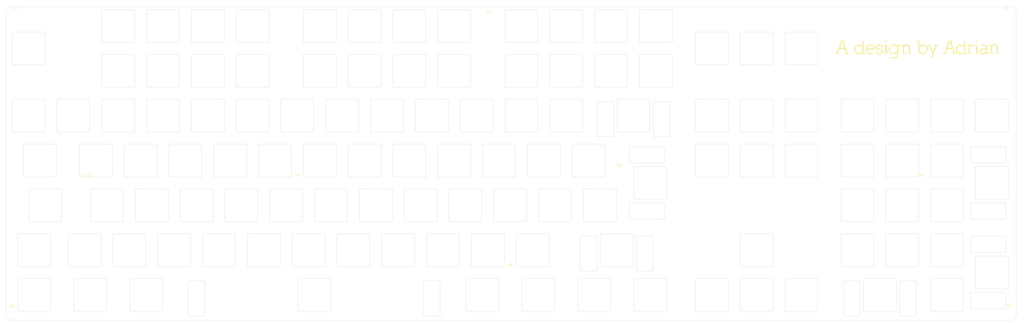
<source format=kicad_pcb>
(kicad_pcb (version 20171130) (host pcbnew "(5.1.10)-1")

  (general
    (thickness 1.6)
    (drawings 1061)
    (tracks 0)
    (zones 0)
    (modules 11)
    (nets 2)
  )

  (page A2)
  (layers
    (0 F.Cu signal)
    (31 B.Cu signal)
    (32 B.Adhes user)
    (33 F.Adhes user)
    (34 B.Paste user)
    (35 F.Paste user)
    (36 B.SilkS user)
    (37 F.SilkS user)
    (38 B.Mask user)
    (39 F.Mask user)
    (40 Dwgs.User user)
    (41 Cmts.User user)
    (42 Eco1.User user)
    (43 Eco2.User user)
    (44 Edge.Cuts user)
    (45 Margin user)
    (46 B.CrtYd user)
    (47 F.CrtYd user)
    (48 B.Fab user)
    (49 F.Fab user)
  )

  (setup
    (last_trace_width 0.25)
    (trace_clearance 0.2)
    (zone_clearance 0.508)
    (zone_45_only no)
    (trace_min 0.2)
    (via_size 0.8)
    (via_drill 0.4)
    (via_min_size 0.4)
    (via_min_drill 0.3)
    (uvia_size 0.3)
    (uvia_drill 0.1)
    (uvias_allowed no)
    (uvia_min_size 0.2)
    (uvia_min_drill 0.1)
    (edge_width 0.1)
    (segment_width 0.2)
    (pcb_text_width 0.3)
    (pcb_text_size 1.5 1.5)
    (mod_edge_width 0.15)
    (mod_text_size 1 1)
    (mod_text_width 0.15)
    (pad_size 2.55 2.5)
    (pad_drill 1)
    (pad_to_mask_clearance 0)
    (aux_axis_origin 0 0)
    (grid_origin 1.91 10.75)
    (visible_elements 7FFFFFFF)
    (pcbplotparams
      (layerselection 0x00800_7ffffffe)
      (usegerberextensions true)
      (usegerberattributes false)
      (usegerberadvancedattributes false)
      (creategerberjobfile false)
      (excludeedgelayer false)
      (linewidth 0.100000)
      (plotframeref false)
      (viasonmask true)
      (mode 1)
      (useauxorigin false)
      (hpglpennumber 1)
      (hpglpenspeed 20)
      (hpglpendiameter 15.000000)
      (psnegative false)
      (psa4output false)
      (plotreference false)
      (plotvalue false)
      (plotinvisibletext false)
      (padsonsilk false)
      (subtractmaskfromsilk true)
      (outputformat 3)
      (mirror false)
      (drillshape 0)
      (scaleselection 1)
      (outputdirectory "_gbr/"))
  )

  (net 0 "")
  (net 1 GND)

  (net_class Default "This is the default net class."
    (clearance 0.2)
    (trace_width 0.25)
    (via_dia 0.8)
    (via_drill 0.4)
    (uvia_dia 0.3)
    (uvia_drill 0.1)
  )

  (module logo:MountingHole_2.2mm_M2_modified (layer F.Cu) (tedit 60CBAF37) (tstamp 60C9330D)
    (at 332.185 183.55)
    (descr "Mounting Hole 2.2mm, no annular, M2")
    (tags "mounting hole 2.2mm no annular m2")
    (path /60CCC6C0)
    (attr virtual)
    (fp_text reference H6 (at 0 -3.2) (layer F.SilkS)
      (effects (font (size 1 1) (thickness 0.15)))
    )
    (fp_text value MountingHole (at 0 3.2) (layer F.Fab)
      (effects (font (size 1 1) (thickness 0.15)))
    )
    (fp_circle (center 0 0) (end 0.94 -0.45) (layer Eco2.User) (width 0.12))
    (fp_circle (center 0 0) (end 2.2 0) (layer Cmts.User) (width 0.15))
    (fp_circle (center 0 0) (end 2.45 0) (layer F.CrtYd) (width 0.05))
    (fp_text user %R (at 0.3 0) (layer F.Fab)
      (effects (font (size 1 1) (thickness 0.15)))
    )
    (pad 1 np_thru_hole circle (at 0 0) (size 2.2 2.2) (drill 2.2) (layers *.Cu *.Mask))
  )

  (module logo:MountingHole_2.2mm_M2_modified (layer F.Cu) (tedit 60CBAF37) (tstamp 60C9250C)
    (at 105.86 188)
    (descr "Mounting Hole 2.2mm, no annular, M2")
    (tags "mounting hole 2.2mm no annular m2")
    (path /60CD317C)
    (attr virtual)
    (fp_text reference H10 (at 0 -3.2) (layer F.SilkS)
      (effects (font (size 1 1) (thickness 0.15)))
    )
    (fp_text value MountingHole (at 0 3.2) (layer F.Fab)
      (effects (font (size 1 1) (thickness 0.15)))
    )
    (fp_circle (center 0 0) (end 0.94 -0.45) (layer Eco2.User) (width 0.12))
    (fp_circle (center 0 0) (end 2.2 0) (layer Cmts.User) (width 0.15))
    (fp_circle (center 0 0) (end 2.45 0) (layer F.CrtYd) (width 0.05))
    (fp_text user %R (at 0.3 0) (layer F.Fab)
      (effects (font (size 1 1) (thickness 0.15)))
    )
    (pad 1 np_thru_hole circle (at 0 0) (size 2.2 2.2) (drill 2.2) (layers *.Cu *.Mask))
  )

  (module logo:MountingHole_2.2mm_M2_modified (layer F.Cu) (tedit 60CBAF37) (tstamp 60C92504)
    (at 195.435 187.6)
    (descr "Mounting Hole 2.2mm, no annular, M2")
    (tags "mounting hole 2.2mm no annular m2")
    (path /60CD2F14)
    (attr virtual)
    (fp_text reference H9 (at 0 -3.2) (layer F.SilkS)
      (effects (font (size 1 1) (thickness 0.15)))
    )
    (fp_text value MountingHole (at 0 3.2) (layer F.Fab)
      (effects (font (size 1 1) (thickness 0.15)))
    )
    (fp_circle (center 0 0) (end 0.94 -0.45) (layer Eco2.User) (width 0.12))
    (fp_circle (center 0 0) (end 2.2 0) (layer Cmts.User) (width 0.15))
    (fp_circle (center 0 0) (end 2.45 0) (layer F.CrtYd) (width 0.05))
    (fp_text user %R (at 0.3 0) (layer F.Fab)
      (effects (font (size 1 1) (thickness 0.15)))
    )
    (pad 1 np_thru_hole circle (at 0 0) (size 2.2 2.2) (drill 2.2) (layers *.Cu *.Mask))
  )

  (module logo:MountingHole_2.2mm_M2_modified (layer F.Cu) (tedit 60CBAF37) (tstamp 60C924FC)
    (at 460.385 187.725)
    (descr "Mounting Hole 2.2mm, no annular, M2")
    (tags "mounting hole 2.2mm no annular m2")
    (path /60CCCCC7)
    (attr virtual)
    (fp_text reference H8 (at 0 -3.2) (layer F.SilkS)
      (effects (font (size 1 1) (thickness 0.15)))
    )
    (fp_text value MountingHole (at 0 3.2) (layer F.Fab)
      (effects (font (size 1 1) (thickness 0.15)))
    )
    (fp_circle (center 0 0) (end 0.94 -0.45) (layer Eco2.User) (width 0.12))
    (fp_circle (center 0 0) (end 2.2 0) (layer Cmts.User) (width 0.15))
    (fp_circle (center 0 0) (end 2.45 0) (layer F.CrtYd) (width 0.05))
    (fp_text user %R (at 0.3 0) (layer F.Fab)
      (effects (font (size 1 1) (thickness 0.15)))
    )
    (pad 1 np_thru_hole circle (at 0 0) (size 2.2 2.2) (drill 2.2) (layers *.Cu *.Mask))
  )

  (module logo:MountingHole_2.2mm_M2_modified (layer F.Cu) (tedit 60CBAF37) (tstamp 60C924F4)
    (at 276.91 118.55)
    (descr "Mounting Hole 2.2mm, no annular, M2")
    (tags "mounting hole 2.2mm no annular m2")
    (path /60CCC98B)
    (attr virtual)
    (fp_text reference H7 (at 0 -3.2) (layer F.SilkS)
      (effects (font (size 1 1) (thickness 0.15)))
    )
    (fp_text value MountingHole (at 0 3.2) (layer F.Fab)
      (effects (font (size 1 1) (thickness 0.15)))
    )
    (fp_circle (center 0 0) (end 0.94 -0.45) (layer Eco2.User) (width 0.12))
    (fp_circle (center 0 0) (end 2.2 0) (layer Cmts.User) (width 0.15))
    (fp_circle (center 0 0) (end 2.45 0) (layer F.CrtYd) (width 0.05))
    (fp_text user %R (at 0.3 0) (layer F.Fab)
      (effects (font (size 1 1) (thickness 0.15)))
    )
    (pad 1 np_thru_hole circle (at 0 0) (size 2.2 2.2) (drill 2.2) (layers *.Cu *.Mask))
  )

  (module logo:MountingHole_2.2mm_M2_modified (layer F.Cu) (tedit 60CBAF37) (tstamp 60C94633)
    (at 285.91 225.75)
    (descr "Mounting Hole 2.2mm, no annular, M2")
    (tags "mounting hole 2.2mm no annular m2")
    (path /60CCC43C)
    (attr virtual)
    (fp_text reference H5 (at 0 -3.2) (layer F.SilkS)
      (effects (font (size 1 1) (thickness 0.15)))
    )
    (fp_text value MountingHole (at 0 3.2) (layer F.Fab)
      (effects (font (size 1 1) (thickness 0.15)))
    )
    (fp_circle (center 0 0) (end 0.94 -0.45) (layer Eco2.User) (width 0.12))
    (fp_circle (center 0 0) (end 2.2 0) (layer Cmts.User) (width 0.15))
    (fp_circle (center 0 0) (end 2.45 0) (layer F.CrtYd) (width 0.05))
    (fp_text user %R (at 0.3 0) (layer F.Fab)
      (effects (font (size 1 1) (thickness 0.15)))
    )
    (pad 1 np_thru_hole circle (at 0 0) (size 2.2 2.2) (drill 2.2) (layers *.Cu *.Mask))
  )

  (module logo:MountingHole_2.2mm_M2_modified (layer F.Cu) (tedit 60CBAF37) (tstamp 60C924DC)
    (at 497.91 242.95)
    (descr "Mounting Hole 2.2mm, no annular, M2")
    (tags "mounting hole 2.2mm no annular m2")
    (path /60CCC245)
    (attr virtual)
    (fp_text reference H4 (at 0 -3.2) (layer F.SilkS)
      (effects (font (size 1 1) (thickness 0.15)))
    )
    (fp_text value MountingHole (at 0 3.2) (layer F.Fab)
      (effects (font (size 1 1) (thickness 0.15)))
    )
    (fp_circle (center 0 0) (end 0.94 -0.45) (layer Eco2.User) (width 0.12))
    (fp_circle (center 0 0) (end 2.2 0) (layer Cmts.User) (width 0.15))
    (fp_circle (center 0 0) (end 2.45 0) (layer F.CrtYd) (width 0.05))
    (fp_text user %R (at 0.3 0) (layer F.Fab)
      (effects (font (size 1 1) (thickness 0.15)))
    )
    (pad 1 np_thru_hole circle (at 0 0) (size 2.2 2.2) (drill 2.2) (layers *.Cu *.Mask))
  )

  (module logo:MountingHole_2.2mm_M2_modified (layer F.Cu) (tedit 60CBAF37) (tstamp 60C924D4)
    (at 74.11 243.35)
    (descr "Mounting Hole 2.2mm, no annular, M2")
    (tags "mounting hole 2.2mm no annular m2")
    (path /60CCBDAA)
    (attr virtual)
    (fp_text reference H3 (at 0 -3.2) (layer F.SilkS)
      (effects (font (size 1 1) (thickness 0.15)))
    )
    (fp_text value MountingHole (at 0 3.2) (layer F.Fab)
      (effects (font (size 1 1) (thickness 0.15)))
    )
    (fp_circle (center 0 0) (end 0.94 -0.45) (layer Eco2.User) (width 0.12))
    (fp_circle (center 0 0) (end 2.2 0) (layer Cmts.User) (width 0.15))
    (fp_circle (center 0 0) (end 2.45 0) (layer F.CrtYd) (width 0.05))
    (fp_text user %R (at 0.3 0) (layer F.Fab)
      (effects (font (size 1 1) (thickness 0.15)))
    )
    (pad 1 np_thru_hole circle (at 0 0) (size 2.2 2.2) (drill 2.2) (layers *.Cu *.Mask))
  )

  (module logo:MountingHole_2.2mm_M2_modified (layer F.Cu) (tedit 60CBAF37) (tstamp 60C924CC)
    (at 496.51 116.75)
    (descr "Mounting Hole 2.2mm, no annular, M2")
    (tags "mounting hole 2.2mm no annular m2")
    (path /60CCBAD4)
    (attr virtual)
    (fp_text reference H2 (at 0 -3.2) (layer F.SilkS)
      (effects (font (size 1 1) (thickness 0.15)))
    )
    (fp_text value MountingHole (at 0 3.2) (layer F.Fab)
      (effects (font (size 1 1) (thickness 0.15)))
    )
    (fp_circle (center 0 0) (end 0.94 -0.45) (layer Eco2.User) (width 0.12))
    (fp_circle (center 0 0) (end 2.2 0) (layer Cmts.User) (width 0.15))
    (fp_circle (center 0 0) (end 2.45 0) (layer F.CrtYd) (width 0.05))
    (fp_text user %R (at 0.3 0) (layer F.Fab)
      (effects (font (size 1 1) (thickness 0.15)))
    )
    (pad 1 np_thru_hole circle (at 0 0) (size 2.2 2.2) (drill 2.2) (layers *.Cu *.Mask))
  )

  (module logo:MountingHole_2.2mm_M2_modified (layer F.Cu) (tedit 60CBAF37) (tstamp 60C924C4)
    (at 75.51 116.75)
    (descr "Mounting Hole 2.2mm, no annular, M2")
    (tags "mounting hole 2.2mm no annular m2")
    (path /60CCB1E5)
    (attr virtual)
    (fp_text reference H1 (at 0 -3.2) (layer F.SilkS)
      (effects (font (size 1 1) (thickness 0.15)))
    )
    (fp_text value MountingHole (at 0 3.2) (layer F.Fab)
      (effects (font (size 1 1) (thickness 0.15)))
    )
    (fp_circle (center 0 0) (end 0.94 -0.45) (layer Eco2.User) (width 0.12))
    (fp_circle (center 0 0) (end 2.2 0) (layer Cmts.User) (width 0.15))
    (fp_circle (center 0 0) (end 2.45 0) (layer F.CrtYd) (width 0.05))
    (fp_text user %R (at 0.3 0) (layer F.Fab)
      (effects (font (size 1 1) (thickness 0.15)))
    )
    (pad 1 np_thru_hole circle (at 0 0) (size 2.2 2.2) (drill 2.2) (layers *.Cu *.Mask))
  )

  (module logo:logo (layer F.Cu) (tedit 0) (tstamp 60C9522B)
    (at 458.91 130.536)
    (fp_text reference G*** (at 0 0) (layer F.SilkS) hide
      (effects (font (size 1.524 1.524) (thickness 0.3)))
    )
    (fp_text value LOGO (at 0.75 0) (layer F.SilkS) hide
      (effects (font (size 1.524 1.524) (thickness 0.3)))
    )
    (fp_poly (pts (xy -9.387858 -1.634536) (xy -8.990784 -1.417228) (xy -8.706496 -1.217905) (xy -8.589347 -1.224114)
      (xy -8.5725 -1.337853) (xy -8.48016 -1.508711) (xy -8.163208 -1.580916) (xy -7.9375 -1.5875)
      (xy -7.495966 -1.54818) (xy -7.314025 -1.417835) (xy -7.3025 -1.349375) (xy -7.43485 -1.155448)
      (xy -7.62 -1.11125) (xy -7.753877 -1.092601) (xy -7.843715 -1.001623) (xy -7.89825 -0.78577)
      (xy -7.926214 -0.392496) (xy -7.936343 0.230745) (xy -7.9375 0.798848) (xy -7.970979 1.961543)
      (xy -8.085657 2.846071) (xy -8.302899 3.486075) (xy -8.644071 3.915199) (xy -9.130538 4.167088)
      (xy -9.783664 4.275385) (xy -10.152117 4.28625) (xy -10.630305 4.270316) (xy -10.86996 4.201384)
      (xy -10.949336 4.04776) (xy -10.95375 3.961556) (xy -10.914483 3.75208) (xy -10.737255 3.69444)
      (xy -10.39548 3.741595) (xy -9.793512 3.750332) (xy -9.226508 3.585576) (xy -8.810985 3.28764)
      (xy -8.725184 3.163663) (xy -8.611363 2.793564) (xy -8.5725 2.408799) (xy -8.5725 1.939226)
      (xy -9.167813 2.249624) (xy -9.932423 2.496379) (xy -10.658531 2.430966) (xy -11.32078 2.057771)
      (xy -11.548968 1.837751) (xy -11.855531 1.461351) (xy -12.009783 1.109663) (xy -12.061695 0.641581)
      (xy -12.065 0.380529) (xy -12.064509 0.367186) (xy -11.509375 0.367186) (xy -11.388404 1.077721)
      (xy -11.064572 1.599823) (xy -10.596506 1.908791) (xy -10.042831 1.979927) (xy -9.462173 1.788532)
      (xy -9.009063 1.420579) (xy -8.671198 0.854431) (xy -8.59428 0.240648) (xy -8.747697 -0.349519)
      (xy -9.100839 -0.844815) (xy -9.623096 -1.173991) (xy -10.164966 -1.27) (xy -10.469646 -1.168741)
      (xy -10.860838 -0.915342) (xy -10.990933 -0.806773) (xy -11.332349 -0.44504) (xy -11.480727 -0.075987)
      (xy -11.509375 0.367186) (xy -12.064509 0.367186) (xy -12.04511 -0.159528) (xy -11.946988 -0.524097)
      (xy -11.712961 -0.854526) (xy -11.448677 -1.129927) (xy -11.037869 -1.501937) (xy -10.689729 -1.686047)
      (xy -10.270925 -1.744139) (xy -10.120711 -1.74625) (xy -9.387858 -1.634536)) (layer F.SilkS) (width 0.01))
    (fp_poly (pts (xy 8.543421 -1.566122) (xy 8.814509 -1.491107) (xy 8.89 -1.349375) (xy 8.759987 -1.148561)
      (xy 8.609948 -1.11125) (xy 8.48014 -1.044116) (xy 8.319852 -0.820875) (xy 8.113443 -0.408774)
      (xy 7.845269 0.224942) (xy 7.499686 1.113028) (xy 7.321061 1.5875) (xy 6.920639 2.626496)
      (xy 6.584923 3.43091) (xy 6.322919 3.980949) (xy 6.143635 4.25682) (xy 6.092987 4.28625)
      (xy 5.894565 4.171873) (xy 5.87383 4.087812) (xy 5.927283 3.835116) (xy 6.064147 3.403166)
      (xy 6.176838 3.092373) (xy 6.479766 2.295371) (xy 5.794126 0.631748) (xy 5.464281 -0.136933)
      (xy 5.20919 -0.648131) (xy 5.002957 -0.945487) (xy 4.819681 -1.072642) (xy 4.776743 -1.082604)
      (xy 4.482138 -1.202374) (xy 4.445965 -1.377627) (xy 4.638143 -1.531304) (xy 4.97383 -1.5875)
      (xy 5.215131 -1.57632) (xy 5.395306 -1.507376) (xy 5.553755 -1.327562) (xy 5.729876 -0.983772)
      (xy 5.96307 -0.422902) (xy 6.107391 -0.059602) (xy 6.393078 0.652807) (xy 6.597241 1.072601)
      (xy 6.760353 1.20029) (xy 6.922887 1.036385) (xy 7.125317 0.581395) (xy 7.362722 -0.043769)
      (xy 7.565532 -0.595306) (xy 7.65894 -0.914326) (xy 7.648383 -1.064316) (xy 7.539298 -1.108763)
      (xy 7.454135 -1.11125) (xy 7.200728 -1.212288) (xy 7.14375 -1.349375) (xy 7.222137 -1.492979)
      (xy 7.497193 -1.566912) (xy 8.016875 -1.5875) (xy 8.543421 -1.566122)) (layer F.SilkS) (width 0.01))
    (fp_poly (pts (xy -22.849978 -3.292198) (xy -22.785594 -3.139345) (xy -22.742379 -2.832902) (xy -22.716488 -2.330577)
      (xy -22.704076 -1.590077) (xy -22.70125 -0.714375) (xy -22.70125 1.905) (xy -22.304375 1.905)
      (xy -21.985178 1.987801) (xy -21.9075 2.143125) (xy -22.012356 2.3087) (xy -22.359943 2.376928)
      (xy -22.5425 2.38125) (xy -22.998852 2.335756) (xy -23.173983 2.193759) (xy -23.1775 2.160238)
      (xy -23.23603 2.047343) (xy -23.452527 2.092019) (xy -23.766692 2.239613) (xy -24.487204 2.497412)
      (xy -25.151611 2.47766) (xy -25.646276 2.293705) (xy -26.078511 1.98064) (xy -26.400338 1.598139)
      (xy -26.601974 1.01899) (xy -26.64854 0.446957) (xy -26.19375 0.446957) (xy -26.062615 0.970265)
      (xy -25.730002 1.48496) (xy -25.287104 1.85934) (xy -25.179637 1.911582) (xy -24.66316 1.983996)
      (xy -24.110927 1.859684) (xy -23.828485 1.693799) (xy -23.523706 1.287083) (xy -23.309379 0.724077)
      (xy -23.238528 0.163777) (xy -23.259545 -0.012154) (xy -23.484941 -0.476673) (xy -23.890401 -0.90177)
      (xy -24.368391 -1.194078) (xy -24.708242 -1.27) (xy -25.314446 -1.125233) (xy -25.797428 -0.730196)
      (xy -26.106231 -0.143785) (xy -26.19375 0.446957) (xy -26.64854 0.446957) (xy -26.660213 0.303563)
      (xy -26.573274 -0.400251) (xy -26.429188 -0.798947) (xy -25.993149 -1.324286) (xy -25.384068 -1.640786)
      (xy -24.683219 -1.729685) (xy -23.971879 -1.572221) (xy -23.693438 -1.43049) (xy -23.1775 -1.115917)
      (xy -23.1775 -2.224834) (xy -23.163447 -2.827871) (xy -23.112921 -3.172732) (xy -23.013379 -3.31784)
      (xy -22.939375 -3.33375) (xy -22.849978 -3.292198)) (layer F.SilkS) (width 0.01))
    (fp_poly (pts (xy -19.090756 -1.603915) (xy -18.457053 -1.204393) (xy -18.022055 -0.565839) (xy -17.858962 -0.039688)
      (xy -17.754773 0.476249) (xy -19.60371 0.47625) (xy -20.3917 0.478095) (xy -20.912908 0.490547)
      (xy -21.218054 0.523979) (xy -21.357855 0.588763) (xy -21.383029 0.695273) (xy -21.350157 0.833437)
      (xy -21.169668 1.170223) (xy -20.850703 1.557303) (xy -20.761723 1.644706) (xy -20.426875 1.920401)
      (xy -20.120354 2.031738) (xy -19.695829 2.020214) (xy -19.515921 1.997988) (xy -19.004342 1.965838)
      (xy -18.69874 2.022127) (xy -18.655355 2.060142) (xy -18.699657 2.226802) (xy -18.987097 2.379534)
      (xy -19.443537 2.492488) (xy -19.994839 2.539811) (xy -20.031512 2.54) (xy -20.469224 2.497573)
      (xy -20.830474 2.329202) (xy -21.241241 1.973247) (xy -21.291177 1.923676) (xy -21.656199 1.526118)
      (xy -21.839591 1.190537) (xy -21.902324 0.774088) (xy -21.9075 0.479732) (xy -21.803758 -0.269983)
      (xy -21.281838 -0.269983) (xy -21.155602 -0.115155) (xy -20.754814 -0.031097) (xy -20.061121 -0.001042)
      (xy -19.84375 0) (xy -19.092141 -0.018469) (xy -18.609251 -0.072093) (xy -18.417406 -0.158202)
      (xy -18.415 -0.170962) (xy -18.51884 -0.382277) (xy -18.777964 -0.700775) (xy -18.879039 -0.805962)
      (xy -19.431881 -1.185691) (xy -20.009485 -1.249426) (xy -20.603412 -0.996932) (xy -20.78407 -0.859014)
      (xy -21.151876 -0.512347) (xy -21.281838 -0.269983) (xy -21.803758 -0.269983) (xy -21.786663 -0.393522)
      (xy -21.438742 -1.069515) (xy -20.885627 -1.524018) (xy -20.149206 -1.732801) (xy -19.898632 -1.74391)
      (xy -19.090756 -1.603915)) (layer F.SilkS) (width 0.01))
    (fp_poly (pts (xy -16.004691 -1.684712) (xy -15.487263 -1.622683) (xy -15.047491 -1.588217) (xy -14.962188 -1.585871)
      (xy -14.73048 -1.542019) (xy -14.627833 -1.355465) (xy -14.605 -0.950722) (xy -14.644544 -0.509857)
      (xy -14.775535 -0.328698) (xy -14.843125 -0.3175) (xy -15.054385 -0.403221) (xy -15.08125 -0.47625)
      (xy -15.212375 -0.758988) (xy -15.525689 -1.044228) (xy -15.901107 -1.23734) (xy -16.088521 -1.27)
      (xy -16.477996 -1.159962) (xy -16.785016 -0.893802) (xy -16.917814 -0.567449) (xy -16.896038 -0.425877)
      (xy -16.825775 -0.283744) (xy -16.699376 -0.177844) (xy -16.446904 -0.076809) (xy -15.998423 0.05073)
      (xy -15.604332 0.153496) (xy -14.965455 0.390015) (xy -14.596043 0.722685) (xy -14.452147 1.196883)
      (xy -14.44625 1.349192) (xy -14.586614 1.899613) (xy -14.978983 2.298496) (xy -15.580277 2.511476)
      (xy -15.936097 2.537569) (xy -16.403502 2.504254) (xy -16.751953 2.424516) (xy -16.805386 2.398276)
      (xy -17.133775 2.319155) (xy -17.321324 2.339847) (xy -17.504965 2.348354) (xy -17.593833 2.199999)
      (xy -17.620491 1.823729) (xy -17.62125 1.68539) (xy -17.591589 1.207847) (xy -17.490254 0.986303)
      (xy -17.383125 0.9525) (xy -17.17266 1.079574) (xy -17.145 1.190625) (xy -17.003238 1.559133)
      (xy -16.644956 1.869667) (xy -16.170665 2.046965) (xy -15.97898 2.06375) (xy -15.499363 1.961421)
      (xy -15.114792 1.703608) (xy -14.927407 1.364067) (xy -14.9225 1.300847) (xy -15.066369 1.056376)
      (xy -15.443963 0.815393) (xy -15.974266 0.623136) (xy -16.241043 0.564588) (xy -16.865837 0.341951)
      (xy -17.280837 -0.032902) (xy -17.460876 -0.500209) (xy -17.380789 -1.000211) (xy -17.076253 -1.418766)
      (xy -16.763851 -1.650054) (xy -16.417373 -1.720733) (xy -16.004691 -1.684712)) (layer F.SilkS) (width 0.01))
    (fp_poly (pts (xy 0.9525 -1.121958) (xy 1.51519 -1.453954) (xy 2.178328 -1.690094) (xy 2.899045 -1.701612)
      (xy 3.561615 -1.497697) (xy 3.894652 -1.265043) (xy 4.331613 -0.665837) (xy 4.537806 0.03678)
      (xy 4.523965 0.767098) (xy 4.300826 1.449407) (xy 3.879127 2.008) (xy 3.385774 2.323533)
      (xy 2.686258 2.518654) (xy 2.060394 2.455525) (xy 1.670498 2.291601) (xy 1.308104 2.066912)
      (xy 1.081993 1.862612) (xy 1.077617 1.856016) (xy 0.984152 1.819181) (xy 0.95493 2.024062)
      (xy 0.862431 2.312772) (xy 0.714375 2.38125) (xy 0.624977 2.339697) (xy 0.560593 2.186844)
      (xy 0.517378 1.880401) (xy 0.491487 1.378076) (xy 0.479075 0.637576) (xy 0.477275 0.079375)
      (xy 1.041445 0.079375) (xy 1.06705 0.649443) (xy 1.302132 1.237213) (xy 1.682328 1.709915)
      (xy 1.905 1.860763) (xy 2.344237 2.032677) (xy 2.719758 2.01931) (xy 3.10006 1.874093)
      (xy 3.567373 1.496624) (xy 3.870418 0.904224) (xy 3.96875 0.233796) (xy 3.83268 -0.350452)
      (xy 3.477287 -0.850574) (xy 2.981795 -1.182316) (xy 2.554716 -1.27) (xy 2.035839 -1.130419)
      (xy 1.541554 -0.770601) (xy 1.170988 -0.278937) (xy 1.041445 0.079375) (xy 0.477275 0.079375)
      (xy 0.47625 -0.238125) (xy 0.47625 -2.8575) (xy 0.079375 -2.8575) (xy -0.239823 -2.940302)
      (xy -0.3175 -3.095625) (xy -0.212645 -3.261201) (xy 0.134942 -3.329429) (xy 0.3175 -3.33375)
      (xy 0.9525 -3.33375) (xy 0.9525 -1.121958)) (layer F.SilkS) (width 0.01))
    (fp_poly (pts (xy 20.330022 -3.292198) (xy 20.394406 -3.139345) (xy 20.437621 -2.832902) (xy 20.463512 -2.330577)
      (xy 20.475924 -1.590077) (xy 20.47875 -0.714375) (xy 20.47875 1.905) (xy 20.875625 1.905)
      (xy 21.194822 1.987801) (xy 21.2725 2.143125) (xy 21.167644 2.3087) (xy 20.820057 2.376928)
      (xy 20.6375 2.38125) (xy 20.181148 2.335756) (xy 20.006017 2.193759) (xy 20.0025 2.160238)
      (xy 19.94397 2.047343) (xy 19.727473 2.092019) (xy 19.413308 2.239613) (xy 18.692796 2.497412)
      (xy 18.028389 2.47766) (xy 17.533724 2.293705) (xy 17.101489 1.98064) (xy 16.779662 1.598139)
      (xy 16.578026 1.01899) (xy 16.53146 0.446957) (xy 16.98625 0.446957) (xy 17.117385 0.970265)
      (xy 17.449998 1.48496) (xy 17.892896 1.85934) (xy 18.000363 1.911582) (xy 18.51684 1.983996)
      (xy 19.069073 1.859684) (xy 19.351515 1.693799) (xy 19.656294 1.287083) (xy 19.870621 0.724077)
      (xy 19.941472 0.163777) (xy 19.920455 -0.012154) (xy 19.695059 -0.476673) (xy 19.289599 -0.90177)
      (xy 18.811609 -1.194078) (xy 18.471758 -1.27) (xy 17.865554 -1.125233) (xy 17.382572 -0.730196)
      (xy 17.073769 -0.143785) (xy 16.98625 0.446957) (xy 16.53146 0.446957) (xy 16.519787 0.303563)
      (xy 16.606726 -0.400251) (xy 16.750812 -0.798947) (xy 17.186851 -1.324286) (xy 17.795932 -1.640786)
      (xy 18.496781 -1.729685) (xy 19.208121 -1.572221) (xy 19.486562 -1.43049) (xy 20.0025 -1.115917)
      (xy 20.0025 -2.224834) (xy 20.016553 -2.827871) (xy 20.067079 -3.172732) (xy 20.166621 -3.31784)
      (xy 20.240625 -3.33375) (xy 20.330022 -3.292198)) (layer F.SilkS) (width 0.01))
    (fp_poly (pts (xy 28.983347 -1.645335) (xy 29.45534 -1.356591) (xy 29.642447 -1.142169) (xy 29.757938 -0.902992)
      (xy 29.818803 -0.559457) (xy 29.842032 -0.031965) (xy 29.845 0.469034) (xy 29.850255 1.149884)
      (xy 29.874907 1.573578) (xy 29.932285 1.800401) (xy 30.035719 1.890638) (xy 30.1625 1.905)
      (xy 30.42107 2.004261) (xy 30.48 2.143125) (xy 30.375144 2.3087) (xy 30.027557 2.376928)
      (xy 29.845 2.38125) (xy 29.447336 2.347833) (xy 29.226177 2.264354) (xy 29.21 2.2306)
      (xy 29.083102 2.18768) (xy 28.76759 2.267738) (xy 28.659473 2.309975) (xy 28.054233 2.500026)
      (xy 27.557488 2.485104) (xy 27.197237 2.351288) (xy 26.794996 1.996693) (xy 26.591464 1.480639)
      (xy 26.613329 1.119205) (xy 27.176798 1.119205) (xy 27.230524 1.519537) (xy 27.420414 1.786073)
      (xy 27.800183 1.991117) (xy 28.291357 1.974868) (xy 28.788118 1.747596) (xy 28.92177 1.640385)
      (xy 29.168738 1.276346) (xy 29.189416 0.907483) (xy 28.990365 0.635042) (xy 28.852812 0.576307)
      (xy 28.13303 0.484966) (xy 27.581533 0.633069) (xy 27.436562 0.738979) (xy 27.176798 1.119205)
      (xy 26.613329 1.119205) (xy 26.625619 0.91606) (xy 26.664358 0.807368) (xy 27.018696 0.344553)
      (xy 27.595675 0.078987) (xy 28.357323 0.026569) (xy 28.498255 0.039525) (xy 29.21 0.119749)
      (xy 29.21 -0.396938) (xy 29.12804 -0.87945) (xy 28.856566 -1.156542) (xy 28.357183 -1.255111)
      (xy 27.999342 -1.245087) (xy 27.530706 -1.253668) (xy 27.239667 -1.337139) (xy 27.167184 -1.462937)
      (xy 27.354215 -1.598501) (xy 27.496945 -1.644495) (xy 28.298013 -1.755082) (xy 28.983347 -1.645335)) (layer F.SilkS) (width 0.01))
    (fp_poly (pts (xy -31.477246 -3.33375) (xy -30.962539 -3.310728) (xy -30.703154 -3.230378) (xy -30.63875 -3.095625)
      (xy -30.765825 -2.88516) (xy -30.876875 -2.8575) (xy -31.002725 -2.840209) (xy -31.069891 -2.760709)
      (xy -31.069575 -2.577564) (xy -30.992974 -2.249337) (xy -30.831289 -1.734592) (xy -30.575719 -0.99189)
      (xy -30.337426 -0.3175) (xy -30.022931 0.549037) (xy -29.78205 1.156766) (xy -29.592701 1.549616)
      (xy -29.432804 1.771513) (xy -29.280279 1.866385) (xy -29.23466 1.876353) (xy -28.963096 2.005961)
      (xy -28.8925 2.154166) (xy -28.976616 2.287808) (xy -29.265144 2.359177) (xy -29.812353 2.381211)
      (xy -29.845 2.38125) (xy -30.398074 2.362962) (xy -30.695017 2.298133) (xy -30.795622 2.171816)
      (xy -30.7975 2.143125) (xy -30.666191 1.947179) (xy -30.494596 1.905) (xy -30.32458 1.886286)
      (xy -30.268692 1.779814) (xy -30.322265 1.510085) (xy -30.445522 1.11125) (xy -30.699353 0.3175)
      (xy -32.945477 0.3175) (xy -33.220864 1.092868) (xy -33.380123 1.588837) (xy -33.479568 1.990064)
      (xy -33.49625 2.124743) (xy -33.572921 2.290319) (xy -33.847659 2.367238) (xy -34.210625 2.38125)
      (xy -34.689418 2.3473) (xy -34.903073 2.23567) (xy -34.925 2.153669) (xy -34.787082 1.967004)
      (xy -34.507454 1.875857) (xy -34.348711 1.838323) (xy -34.20927 1.739549) (xy -34.068011 1.536961)
      (xy -33.903813 1.187985) (xy -33.695558 0.650047) (xy -33.422125 -0.119426) (xy -33.367582 -0.277272)
      (xy -32.7025 -0.277272) (xy -32.558917 -0.212355) (xy -32.188541 -0.169306) (xy -31.829375 -0.15875)
      (xy -31.352078 -0.17831) (xy -31.036755 -0.228768) (xy -30.960538 -0.277813) (xy -31.012653 -0.472875)
      (xy -31.147718 -0.88863) (xy -31.340167 -1.447393) (xy -31.414118 -1.656115) (xy -31.863409 -2.915355)
      (xy -32.282955 -1.655574) (xy -32.475586 -1.063839) (xy -32.621606 -0.58993) (xy -32.697123 -0.312335)
      (xy -32.7025 -0.277272) (xy -33.367582 -0.277272) (xy -33.202825 -0.754063) (xy -32.315742 -3.333751)
      (xy -31.477246 -3.33375)) (layer F.SilkS) (width 0.01))
    (fp_poly (pts (xy -12.85875 0.15875) (xy -12.855097 0.922977) (xy -12.837483 1.424615) (xy -12.79593 1.718549)
      (xy -12.720458 1.859666) (xy -12.601089 1.90285) (xy -12.54125 1.905) (xy -12.28268 2.004261)
      (xy -12.22375 2.143125) (xy -12.328606 2.3087) (xy -12.676193 2.376928) (xy -12.85875 2.38125)
      (xy -13.49375 2.38125) (xy -13.49375 0.635) (xy -13.497404 -0.129228) (xy -13.515018 -0.630866)
      (xy -13.556571 -0.9248) (xy -13.632043 -1.065917) (xy -13.751412 -1.109101) (xy -13.81125 -1.11125)
      (xy -14.069821 -1.210512) (xy -14.12875 -1.349375) (xy -14.023895 -1.514951) (xy -13.676308 -1.583179)
      (xy -13.49375 -1.5875) (xy -12.85875 -1.5875) (xy -12.85875 0.15875)) (layer F.SilkS) (width 0.01))
    (fp_poly (pts (xy -3.420704 -1.572609) (xy -3.27898 -1.455938) (xy -3.148969 -1.239152) (xy -3.068035 -0.894221)
      (xy -3.026906 -0.35671) (xy -3.01625 0.369687) (xy -3.011613 1.078084) (xy -2.989651 1.527419)
      (xy -2.938288 1.776086) (xy -2.845448 1.882482) (xy -2.699055 1.904999) (xy -2.69875 1.905)
      (xy -2.44018 2.004261) (xy -2.38125 2.143125) (xy -2.501737 2.319246) (xy -2.886271 2.380819)
      (xy -2.936875 2.38125) (xy -3.4925 2.38125) (xy -3.4925 0.733813) (xy -3.50404 -0.070076)
      (xy -3.543195 -0.610262) (xy -3.616766 -0.939861) (xy -3.728564 -1.10954) (xy -4.097718 -1.224466)
      (xy -4.609879 -1.130745) (xy -5.175911 -0.847693) (xy -5.368047 -0.694196) (xy -5.481897 -0.492595)
      (xy -5.537601 -0.163408) (xy -5.5553 0.372844) (xy -5.55625 0.653257) (xy -5.549436 1.280564)
      (xy -5.518122 1.654772) (xy -5.445999 1.840179) (xy -5.316758 1.901079) (xy -5.23875 1.905)
      (xy -4.98018 2.004261) (xy -4.92125 2.143125) (xy -5.041737 2.319246) (xy -5.426271 2.380819)
      (xy -5.476875 2.38125) (xy -6.0325 2.38125) (xy -6.0325 -1.11125) (xy -6.429375 -1.11125)
      (xy -6.748573 -1.194052) (xy -6.82625 -1.349375) (xy -6.721395 -1.514951) (xy -6.373808 -1.583179)
      (xy -6.19125 -1.5875) (xy -5.793625 -1.55139) (xy -5.572451 -1.461182) (xy -5.55625 -1.424674)
      (xy -5.43618 -1.375233) (xy -5.131411 -1.48216) (xy -5.087884 -1.504049) (xy -4.491599 -1.704558)
      (xy -3.899701 -1.726449) (xy -3.420704 -1.572609)) (layer F.SilkS) (width 0.01))
    (fp_poly (pts (xy 14.242754 -3.33375) (xy 14.757461 -3.310728) (xy 15.016846 -3.230378) (xy 15.08125 -3.095625)
      (xy 14.954175 -2.88516) (xy 14.843125 -2.8575) (xy 14.717275 -2.840209) (xy 14.650109 -2.760709)
      (xy 14.650425 -2.577564) (xy 14.727026 -2.249337) (xy 14.888711 -1.734592) (xy 15.144281 -0.99189)
      (xy 15.382574 -0.3175) (xy 15.697069 0.549037) (xy 15.93795 1.156766) (xy 16.127299 1.549616)
      (xy 16.287196 1.771513) (xy 16.439721 1.866385) (xy 16.48534 1.876353) (xy 16.756904 2.005961)
      (xy 16.8275 2.154166) (xy 16.743384 2.287808) (xy 16.454856 2.359177) (xy 15.907647 2.381211)
      (xy 15.875 2.38125) (xy 15.321926 2.362962) (xy 15.024983 2.298133) (xy 14.924378 2.171816)
      (xy 14.9225 2.143125) (xy 15.053809 1.947179) (xy 15.225404 1.905) (xy 15.39542 1.886286)
      (xy 15.451308 1.779814) (xy 15.397735 1.510085) (xy 15.274478 1.11125) (xy 15.020647 0.3175)
      (xy 12.774523 0.3175) (xy 12.499136 1.092868) (xy 12.339877 1.588837) (xy 12.240432 1.990064)
      (xy 12.22375 2.124743) (xy 12.147079 2.290319) (xy 11.872341 2.367238) (xy 11.509375 2.38125)
      (xy 11.030582 2.3473) (xy 10.816927 2.23567) (xy 10.795 2.153669) (xy 10.932918 1.967004)
      (xy 11.212546 1.875857) (xy 11.371289 1.838323) (xy 11.51073 1.739549) (xy 11.651989 1.536961)
      (xy 11.816187 1.187985) (xy 12.024442 0.650047) (xy 12.297875 -0.119426) (xy 12.352418 -0.277272)
      (xy 13.0175 -0.277272) (xy 13.161083 -0.212355) (xy 13.531459 -0.169306) (xy 13.890625 -0.15875)
      (xy 14.367922 -0.17831) (xy 14.683245 -0.228768) (xy 14.759462 -0.277813) (xy 14.707347 -0.472875)
      (xy 14.572282 -0.88863) (xy 14.379833 -1.447393) (xy 14.305882 -1.656115) (xy 13.856591 -2.915355)
      (xy 13.437045 -1.655574) (xy 13.244414 -1.063839) (xy 13.098394 -0.58993) (xy 13.022877 -0.312335)
      (xy 13.0175 -0.277272) (xy 12.352418 -0.277272) (xy 12.517175 -0.754063) (xy 13.404258 -3.333751)
      (xy 14.242754 -3.33375)) (layer F.SilkS) (width 0.01))
    (fp_poly (pts (xy 24.089499 -1.707456) (xy 24.280631 -1.574201) (xy 24.28875 -1.528415) (xy 24.142194 -1.356349)
      (xy 23.751231 -1.226226) (xy 23.665241 -1.210877) (xy 23.075908 -1.025678) (xy 22.682359 -0.66656)
      (xy 22.459995 -0.094633) (xy 22.38422 0.728993) (xy 22.38375 0.815158) (xy 22.389863 1.388833)
      (xy 22.425158 1.714876) (xy 22.515072 1.863133) (xy 22.685038 1.90345) (xy 22.780625 1.905)
      (xy 23.099822 1.987801) (xy 23.1775 2.143125) (xy 23.072644 2.3087) (xy 22.725057 2.376928)
      (xy 22.5425 2.38125) (xy 21.9075 2.38125) (xy 21.9075 -1.11125) (xy 21.510625 -1.11125)
      (xy 21.191427 -1.194052) (xy 21.11375 -1.349375) (xy 21.218605 -1.514951) (xy 21.566192 -1.583179)
      (xy 21.74875 -1.5875) (xy 22.146417 -1.554374) (xy 22.367575 -1.471622) (xy 22.38375 -1.438165)
      (xy 22.503029 -1.398074) (xy 22.792918 -1.502565) (xy 22.820312 -1.516562) (xy 23.261854 -1.67785)
      (xy 23.717411 -1.741744) (xy 24.089499 -1.707456)) (layer F.SilkS) (width 0.01))
    (fp_poly (pts (xy 25.7175 0.15875) (xy 25.721153 0.922977) (xy 25.738767 1.424615) (xy 25.78032 1.718549)
      (xy 25.855792 1.859666) (xy 25.975161 1.90285) (xy 26.035 1.905) (xy 26.29357 2.004261)
      (xy 26.3525 2.143125) (xy 26.247644 2.3087) (xy 25.900057 2.376928) (xy 25.7175 2.38125)
      (xy 25.0825 2.38125) (xy 25.0825 0.635) (xy 25.078846 -0.129228) (xy 25.061232 -0.630866)
      (xy 25.019679 -0.9248) (xy 24.944207 -1.065917) (xy 24.824838 -1.109101) (xy 24.765 -1.11125)
      (xy 24.506429 -1.210512) (xy 24.4475 -1.349375) (xy 24.552355 -1.514951) (xy 24.899942 -1.583179)
      (xy 25.0825 -1.5875) (xy 25.7175 -1.5875) (xy 25.7175 0.15875)) (layer F.SilkS) (width 0.01))
    (fp_poly (pts (xy 33.885546 -1.572609) (xy 34.02727 -1.455938) (xy 34.157281 -1.239152) (xy 34.238215 -0.894221)
      (xy 34.279344 -0.35671) (xy 34.29 0.369687) (xy 34.294637 1.078084) (xy 34.316599 1.527419)
      (xy 34.367962 1.776086) (xy 34.460802 1.882482) (xy 34.607195 1.904999) (xy 34.6075 1.905)
      (xy 34.86607 2.004261) (xy 34.925 2.143125) (xy 34.804513 2.319246) (xy 34.419979 2.380819)
      (xy 34.369375 2.38125) (xy 33.81375 2.38125) (xy 33.81375 0.733813) (xy 33.80221 -0.070076)
      (xy 33.763055 -0.610262) (xy 33.689484 -0.939861) (xy 33.577686 -1.10954) (xy 33.208532 -1.224466)
      (xy 32.696371 -1.130745) (xy 32.130339 -0.847693) (xy 31.938203 -0.694196) (xy 31.824353 -0.492595)
      (xy 31.768649 -0.163408) (xy 31.75095 0.372844) (xy 31.75 0.653257) (xy 31.756814 1.280564)
      (xy 31.788128 1.654772) (xy 31.860251 1.840179) (xy 31.989492 1.901079) (xy 32.0675 1.905)
      (xy 32.32607 2.004261) (xy 32.385 2.143125) (xy 32.264513 2.319246) (xy 31.879979 2.380819)
      (xy 31.829375 2.38125) (xy 31.27375 2.38125) (xy 31.27375 -1.11125) (xy 30.876875 -1.11125)
      (xy 30.557677 -1.194052) (xy 30.48 -1.349375) (xy 30.584855 -1.514951) (xy 30.932442 -1.583179)
      (xy 31.115 -1.5875) (xy 31.512625 -1.55139) (xy 31.733799 -1.461182) (xy 31.75 -1.424674)
      (xy 31.87007 -1.375233) (xy 32.174839 -1.48216) (xy 32.218366 -1.504049) (xy 32.814651 -1.704558)
      (xy 33.406549 -1.726449) (xy 33.885546 -1.572609)) (layer F.SilkS) (width 0.01))
    (fp_poly (pts (xy -12.993426 -3.311121) (xy -12.926352 -3.083514) (xy -13.045441 -2.847919) (xy -13.308019 -2.725732)
      (xy -13.580204 -2.73807) (xy -13.636665 -2.944389) (xy -13.625519 -3.043232) (xy -13.471151 -3.351135)
      (xy -13.255625 -3.413125) (xy -12.993426 -3.311121)) (layer F.SilkS) (width 0.01))
    (fp_poly (pts (xy 25.582824 -3.311121) (xy 25.649898 -3.083514) (xy 25.530809 -2.847919) (xy 25.268231 -2.725732)
      (xy 24.996046 -2.73807) (xy 24.939585 -2.944389) (xy 24.950731 -3.043232) (xy 25.105099 -3.351135)
      (xy 25.320625 -3.413125) (xy 25.582824 -3.311121)) (layer F.SilkS) (width 0.01))
  )

  (dimension 1 (width 0.12) (layer Dwgs.User)
    (gr_text "1.000 mm" (at 351.64 113.55 90) (layer Dwgs.User)
      (effects (font (size 1 1) (thickness 0.15)))
    )
    (feature1 (pts (xy 354.32 113.05) (xy 352.323579 113.05)))
    (feature2 (pts (xy 354.32 114.05) (xy 352.323579 114.05)))
    (crossbar (pts (xy 352.91 114.05) (xy 352.91 113.05)))
    (arrow1a (pts (xy 352.91 113.05) (xy 353.496421 114.176504)))
    (arrow1b (pts (xy 352.91 113.05) (xy 352.323579 114.176504)))
    (arrow2a (pts (xy 352.91 114.05) (xy 353.496421 112.923496)))
    (arrow2b (pts (xy 352.91 114.05) (xy 352.323579 112.923496)))
  )
  (dimension 1.001 (width 0.12) (layer Dwgs.User)
    (gr_text "1.001 mm" (at 498.1955 234.958) (layer Dwgs.User)
      (effects (font (size 1 1) (thickness 0.15)))
    )
    (feature1 (pts (xy 498.696 232.325) (xy 498.696 234.274421)))
    (feature2 (pts (xy 497.695 232.325) (xy 497.695 234.274421)))
    (crossbar (pts (xy 497.695 233.688) (xy 498.696 233.688)))
    (arrow1a (pts (xy 498.696 233.688) (xy 497.569496 234.274421)))
    (arrow1b (pts (xy 498.696 233.688) (xy 497.569496 233.101579)))
    (arrow2a (pts (xy 497.695 233.688) (xy 498.821504 234.274421)))
    (arrow2b (pts (xy 497.695 233.688) (xy 498.821504 233.101579)))
  )
  (dimension 1.000001 (width 0.12) (layer Dwgs.User)
    (gr_text "1.000 mm" (at 437.78 244.849999 270) (layer Dwgs.User)
      (effects (font (size 1 1) (thickness 0.15)))
    )
    (feature1 (pts (xy 434.132 245.35) (xy 437.096421 245.35)))
    (feature2 (pts (xy 434.132 244.349999) (xy 437.096421 244.349999)))
    (crossbar (pts (xy 436.51 244.349999) (xy 436.51 245.35)))
    (arrow1a (pts (xy 436.51 245.35) (xy 435.923579 244.223496)))
    (arrow1b (pts (xy 436.51 245.35) (xy 437.096421 244.223496)))
    (arrow2a (pts (xy 436.51 244.349999) (xy 435.923579 245.476503)))
    (arrow2b (pts (xy 436.51 244.349999) (xy 437.096421 245.476503)))
  )
  (gr_arc (start 434.132 243.849999) (end 434.132 244.349999) (angle -90) (layer Edge.Cuts) (width 0.1))
  (gr_arc (start 465.145 228.85) (end 465.145 228.35) (angle -90) (layer Edge.Cuts) (width 0.1))
  (gr_line (start 434.632 229.85) (end 434.632 243.849999) (layer Edge.Cuts) (width 0.1))
  (gr_arc (start 458.008 229.85) (end 458.508 229.85) (angle -90) (layer Edge.Cuts) (width 0.1))
  (gr_arc (start 452.008 229.85) (end 452.008 229.35) (angle -90) (layer Edge.Cuts) (width 0.1))
  (gr_line (start 451.508 229.85) (end 451.508 243.849999) (layer Edge.Cuts) (width 0.1))
  (gr_arc (start 478.145 241.849999) (end 478.145 242.349999) (angle -90) (layer Edge.Cuts) (width 0.1))
  (gr_arc (start 458.008 243.849999) (end 458.008 244.349999) (angle -90) (layer Edge.Cuts) (width 0.1))
  (gr_arc (start 449.57 228.85) (end 450.07 228.85) (angle -90) (layer Edge.Cuts) (width 0.1))
  (gr_arc (start 436.57 241.849999) (end 436.07 241.849999) (angle -90) (layer Edge.Cuts) (width 0.1))
  (gr_arc (start 428.132 243.849999) (end 427.632 243.849999) (angle -90) (layer Edge.Cuts) (width 0.1))
  (gr_arc (start 436.57 228.85) (end 436.57 228.35) (angle -90) (layer Edge.Cuts) (width 0.1))
  (gr_line (start 465.145 228.35) (end 478.145 228.35) (layer Edge.Cuts) (width 0.1))
  (gr_arc (start 428.132 229.85) (end 428.132 229.35) (angle -90) (layer Edge.Cuts) (width 0.1))
  (gr_line (start 452.008 229.35) (end 458.008 229.35) (layer Edge.Cuts) (width 0.1))
  (gr_line (start 465.145 242.349999) (end 478.145 242.349999) (layer Edge.Cuts) (width 0.1))
  (gr_line (start 478.645 228.85) (end 478.645 241.849999) (layer Edge.Cuts) (width 0.1))
  (gr_line (start 427.632 229.85) (end 427.632 243.849999) (layer Edge.Cuts) (width 0.1))
  (gr_line (start 458.508 229.85) (end 458.508 243.849999) (layer Edge.Cuts) (width 0.1))
  (gr_line (start 464.645 228.85) (end 464.645 241.849999) (layer Edge.Cuts) (width 0.1))
  (gr_arc (start 478.145 228.85) (end 478.645 228.85) (angle -90) (layer Edge.Cuts) (width 0.1))
  (gr_line (start 452.008 244.349999) (end 458.008 244.349999) (layer Edge.Cuts) (width 0.1))
  (gr_arc (start 434.132 229.85) (end 434.632 229.85) (angle -90) (layer Edge.Cuts) (width 0.1))
  (gr_line (start 428.132 229.35) (end 434.132 229.35) (layer Edge.Cuts) (width 0.1))
  (gr_arc (start 465.145 241.849999) (end 464.645 241.849999) (angle -90) (layer Edge.Cuts) (width 0.1))
  (gr_arc (start 452.008 243.849999) (end 451.508 243.849999) (angle -90) (layer Edge.Cuts) (width 0.1))
  (gr_arc (start 449.57 241.849999) (end 449.57 242.349999) (angle -90) (layer Edge.Cuts) (width 0.1))
  (gr_line (start 428.132 244.349999) (end 434.132 244.349999) (layer Edge.Cuts) (width 0.1))
  (gr_line (start 384.1825 228.35) (end 397.1825 228.35) (layer Edge.Cuts) (width 0.1))
  (gr_arc (start 280.50125 228.85) (end 281.00125 228.85) (angle -90) (layer Edge.Cuts) (width 0.1))
  (gr_line (start 314.62625 228.85) (end 314.62625 241.849999) (layer Edge.Cuts) (width 0.1))
  (gr_line (start 450.07 228.85) (end 450.07 241.849999) (layer Edge.Cuts) (width 0.1))
  (gr_line (start 436.07 228.85) (end 436.07 241.849999) (layer Edge.Cuts) (width 0.1))
  (gr_line (start 436.57 242.349999) (end 449.57 242.349999) (layer Edge.Cuts) (width 0.1))
  (gr_line (start 436.57 228.35) (end 449.57 228.35) (layer Edge.Cuts) (width 0.1))
  (gr_line (start 338.43875 228.85) (end 338.43875 241.849999) (layer Edge.Cuts) (width 0.1))
  (gr_arc (start 416.2325 241.849999) (end 416.2325 242.349999) (angle -90) (layer Edge.Cuts) (width 0.1))
  (gr_arc (start 403.2325 241.849999) (end 402.7325 241.849999) (angle -90) (layer Edge.Cuts) (width 0.1))
  (gr_arc (start 378.1325 228.85) (end 378.6325 228.85) (angle -90) (layer Edge.Cuts) (width 0.1))
  (gr_line (start 267.00125 228.85) (end 267.00125 241.849999) (layer Edge.Cuts) (width 0.1))
  (gr_arc (start 416.2325 228.85) (end 416.7325 228.85) (angle -90) (layer Edge.Cuts) (width 0.1))
  (gr_arc (start 403.2325 228.85) (end 403.2325 228.35) (angle -90) (layer Edge.Cuts) (width 0.1))
  (gr_line (start 416.7325 228.85) (end 416.7325 241.849999) (layer Edge.Cuts) (width 0.1))
  (gr_arc (start 315.12625 228.85) (end 315.12625 228.35) (angle -90) (layer Edge.Cuts) (width 0.1))
  (gr_line (start 402.7325 228.85) (end 402.7325 241.849999) (layer Edge.Cuts) (width 0.1))
  (gr_line (start 403.2325 228.35) (end 416.2325 228.35) (layer Edge.Cuts) (width 0.1))
  (gr_arc (start 328.12625 241.849999) (end 328.12625 242.349999) (angle -90) (layer Edge.Cuts) (width 0.1))
  (gr_line (start 315.12625 242.349999) (end 328.12625 242.349999) (layer Edge.Cuts) (width 0.1))
  (gr_line (start 378.6325 228.85) (end 378.6325 241.849999) (layer Edge.Cuts) (width 0.1))
  (gr_line (start 365.1325 242.349999) (end 378.1325 242.349999) (layer Edge.Cuts) (width 0.1))
  (gr_arc (start 304.31375 228.85) (end 304.81375 228.85) (angle -90) (layer Edge.Cuts) (width 0.1))
  (gr_arc (start 149.56375 243.849999) (end 149.06375 243.849999) (angle -90) (layer Edge.Cuts) (width 0.1))
  (gr_line (start 352.43875 228.85) (end 352.43875 241.849999) (layer Edge.Cuts) (width 0.1))
  (gr_line (start 267.50125 228.35) (end 280.50125 228.35) (layer Edge.Cuts) (width 0.1))
  (gr_arc (start 384.1825 228.85) (end 384.1825 228.35) (angle -90) (layer Edge.Cuts) (width 0.1))
  (gr_line (start 384.1825 242.349999) (end 397.1825 242.349999) (layer Edge.Cuts) (width 0.1))
  (gr_line (start 315.12625 228.35) (end 328.12625 228.35) (layer Edge.Cuts) (width 0.1))
  (gr_arc (start 267.50125 241.849999) (end 267.00125 241.849999) (angle -90) (layer Edge.Cuts) (width 0.1))
  (gr_line (start 291.31375 242.349999) (end 304.31375 242.349999) (layer Edge.Cuts) (width 0.1))
  (gr_arc (start 397.1825 241.849999) (end 397.1825 242.349999) (angle -90) (layer Edge.Cuts) (width 0.1))
  (gr_arc (start 338.93875 241.849999) (end 338.43875 241.849999) (angle -90) (layer Edge.Cuts) (width 0.1))
  (gr_arc (start 291.31375 228.85) (end 291.31375 228.35) (angle -90) (layer Edge.Cuts) (width 0.1))
  (gr_line (start 328.62625 228.85) (end 328.62625 241.849999) (layer Edge.Cuts) (width 0.1))
  (gr_arc (start 304.31375 241.849999) (end 304.31375 242.349999) (angle -90) (layer Edge.Cuts) (width 0.1))
  (gr_line (start 403.2325 242.349999) (end 416.2325 242.349999) (layer Edge.Cuts) (width 0.1))
  (gr_arc (start 378.1325 241.849999) (end 378.1325 242.349999) (angle -90) (layer Edge.Cuts) (width 0.1))
  (gr_arc (start 267.50125 228.85) (end 267.50125 228.35) (angle -90) (layer Edge.Cuts) (width 0.1))
  (gr_arc (start 384.1825 241.849999) (end 383.6825 241.849999) (angle -90) (layer Edge.Cuts) (width 0.1))
  (gr_arc (start 365.1325 241.849999) (end 364.6325 241.849999) (angle -90) (layer Edge.Cuts) (width 0.1))
  (gr_arc (start 291.31375 241.849999) (end 290.81375 241.849999) (angle -90) (layer Edge.Cuts) (width 0.1))
  (gr_arc (start 365.1325 228.85) (end 365.1325 228.35) (angle -90) (layer Edge.Cuts) (width 0.1))
  (gr_arc (start 351.93875 228.85) (end 352.43875 228.85) (angle -90) (layer Edge.Cuts) (width 0.1))
  (gr_line (start 281.00125 228.85) (end 281.00125 241.849999) (layer Edge.Cuts) (width 0.1))
  (gr_line (start 267.50125 242.349999) (end 280.50125 242.349999) (layer Edge.Cuts) (width 0.1))
  (gr_line (start 338.93875 242.349999) (end 351.93875 242.349999) (layer Edge.Cuts) (width 0.1))
  (gr_arc (start 328.12625 228.85) (end 328.62625 228.85) (angle -90) (layer Edge.Cuts) (width 0.1))
  (gr_arc (start 397.1825 228.85) (end 397.6825 228.85) (angle -90) (layer Edge.Cuts) (width 0.1))
  (gr_line (start 365.1325 228.35) (end 378.1325 228.35) (layer Edge.Cuts) (width 0.1))
  (gr_arc (start 155.56375 229.85) (end 156.06375 229.85) (angle -90) (layer Edge.Cuts) (width 0.1))
  (gr_line (start 397.6825 228.85) (end 397.6825 241.849999) (layer Edge.Cuts) (width 0.1))
  (gr_line (start 383.6825 228.85) (end 383.6825 241.849999) (layer Edge.Cuts) (width 0.1))
  (gr_line (start 364.6325 228.85) (end 364.6325 241.849999) (layer Edge.Cuts) (width 0.1))
  (gr_arc (start 315.12625 241.849999) (end 314.62625 241.849999) (angle -90) (layer Edge.Cuts) (width 0.1))
  (gr_arc (start 280.50125 241.849999) (end 280.50125 242.349999) (angle -90) (layer Edge.Cuts) (width 0.1))
  (gr_line (start 290.81375 228.85) (end 290.81375 241.849999) (layer Edge.Cuts) (width 0.1))
  (gr_arc (start 351.93875 241.849999) (end 351.93875 242.349999) (angle -90) (layer Edge.Cuts) (width 0.1))
  (gr_line (start 338.93875 228.35) (end 351.93875 228.35) (layer Edge.Cuts) (width 0.1))
  (gr_arc (start 155.56375 243.849999) (end 155.56375 244.349999) (angle -90) (layer Edge.Cuts) (width 0.1))
  (gr_line (start 291.31375 228.35) (end 304.31375 228.35) (layer Edge.Cuts) (width 0.1))
  (gr_line (start 304.81375 228.85) (end 304.81375 241.849999) (layer Edge.Cuts) (width 0.1))
  (gr_arc (start 338.93875 228.85) (end 338.93875 228.35) (angle -90) (layer Edge.Cuts) (width 0.1))
  (gr_arc (start 149.56375 229.85) (end 149.56375 229.35) (angle -90) (layer Edge.Cuts) (width 0.1))
  (gr_line (start 249.56375 244.349999) (end 255.56375 244.349999) (layer Edge.Cuts) (width 0.1))
  (gr_arc (start 497.195 232.325) (end 497.195 232.825) (angle -90) (layer Edge.Cuts) (width 0.1))
  (gr_arc (start 113.81375 241.849999) (end 113.81375 242.349999) (angle -90) (layer Edge.Cuts) (width 0.1))
  (gr_line (start 196.06375 242.349999) (end 209.06375 242.349999) (layer Edge.Cuts) (width 0.1))
  (gr_line (start 481.695 210.887) (end 481.695 216.887) (layer Edge.Cuts) (width 0.1))
  (gr_line (start 90.50125 228.85) (end 90.50125 241.849999) (layer Edge.Cuts) (width 0.1))
  (gr_arc (start 196.06375 228.85) (end 196.06375 228.35) (angle -90) (layer Edge.Cuts) (width 0.1))
  (gr_arc (start 137.62625 228.85) (end 138.12625 228.85) (angle -90) (layer Edge.Cuts) (width 0.1))
  (gr_line (start 124.12625 228.85) (end 124.12625 241.849999) (layer Edge.Cuts) (width 0.1))
  (gr_line (start 124.62625 242.349999) (end 137.62625 242.349999) (layer Edge.Cuts) (width 0.1))
  (gr_line (start 496.195 234.263) (end 482.195 234.263) (layer Edge.Cuts) (width 0.1))
  (gr_line (start 100.81375 228.35) (end 113.81375 228.35) (layer Edge.Cuts) (width 0.1))
  (gr_line (start 496.695 210.887) (end 496.695 216.887) (layer Edge.Cuts) (width 0.1))
  (gr_arc (start 496.195 234.763) (end 496.695 234.763) (angle -90) (layer Edge.Cuts) (width 0.1))
  (gr_line (start 100.81375 242.349999) (end 113.81375 242.349999) (layer Edge.Cuts) (width 0.1))
  (gr_arc (start 482.195 240.763) (end 481.695 240.763) (angle -90) (layer Edge.Cuts) (width 0.1))
  (gr_line (start 156.06375 229.85) (end 156.06375 243.849999) (layer Edge.Cuts) (width 0.1))
  (gr_line (start 496.195 241.263) (end 482.195 241.263) (layer Edge.Cuts) (width 0.1))
  (gr_arc (start 249.56375 229.85) (end 249.56375 229.35) (angle -90) (layer Edge.Cuts) (width 0.1))
  (gr_line (start 149.56375 229.35) (end 155.56375 229.35) (layer Edge.Cuts) (width 0.1))
  (gr_arc (start 209.06375 228.85) (end 209.56375 228.85) (angle -90) (layer Edge.Cuts) (width 0.1))
  (gr_arc (start 137.62625 241.849999) (end 137.62625 242.349999) (angle -90) (layer Edge.Cuts) (width 0.1))
  (gr_line (start 138.12625 228.85) (end 138.12625 241.849999) (layer Edge.Cuts) (width 0.1))
  (gr_line (start 195.56375 228.85) (end 195.56375 241.849999) (layer Edge.Cuts) (width 0.1))
  (gr_line (start 496.195 217.387) (end 482.195 217.387) (layer Edge.Cuts) (width 0.1))
  (gr_line (start 77.00125 242.349999) (end 90.00125 242.349999) (layer Edge.Cuts) (width 0.1))
  (gr_line (start 496.695 234.763) (end 496.695 240.763) (layer Edge.Cuts) (width 0.1))
  (gr_arc (start 100.81375 228.85) (end 100.81375 228.35) (angle -90) (layer Edge.Cuts) (width 0.1))
  (gr_arc (start 496.195 240.763) (end 496.195 241.263) (angle -90) (layer Edge.Cuts) (width 0.1))
  (gr_arc (start 100.81375 241.849999) (end 100.31375 241.849999) (angle -90) (layer Edge.Cuts) (width 0.1))
  (gr_line (start 149.06375 229.85) (end 149.06375 243.849999) (layer Edge.Cuts) (width 0.1))
  (gr_arc (start 497.195 219.325) (end 497.695 219.325) (angle -90) (layer Edge.Cuts) (width 0.1))
  (gr_arc (start 249.56375 243.849999) (end 249.06375 243.849999) (angle -90) (layer Edge.Cuts) (width 0.1))
  (gr_arc (start 209.06375 241.849999) (end 209.06375 242.349999) (angle -90) (layer Edge.Cuts) (width 0.1))
  (gr_line (start 249.56375 229.35) (end 255.56375 229.35) (layer Edge.Cuts) (width 0.1))
  (gr_arc (start 90.00125 241.849999) (end 90.00125 242.349999) (angle -90) (layer Edge.Cuts) (width 0.1))
  (gr_line (start 481.695 234.763) (end 481.695 240.763) (layer Edge.Cuts) (width 0.1))
  (gr_arc (start 255.56375 229.85) (end 256.06375 229.85) (angle -90) (layer Edge.Cuts) (width 0.1))
  (gr_line (start 256.06375 229.85) (end 256.06375 243.849999) (layer Edge.Cuts) (width 0.1))
  (gr_line (start 249.06375 229.85) (end 249.06375 243.849999) (layer Edge.Cuts) (width 0.1))
  (gr_arc (start 196.06375 241.849999) (end 195.56375 241.849999) (angle -90) (layer Edge.Cuts) (width 0.1))
  (gr_line (start 196.06375 228.35) (end 209.06375 228.35) (layer Edge.Cuts) (width 0.1))
  (gr_line (start 209.56375 228.85) (end 209.56375 241.849999) (layer Edge.Cuts) (width 0.1))
  (gr_arc (start 482.195 210.887) (end 482.195 210.387) (angle -90) (layer Edge.Cuts) (width 0.1))
  (gr_line (start 100.31375 228.85) (end 100.31375 241.849999) (layer Edge.Cuts) (width 0.1))
  (gr_arc (start 77.00125 241.849999) (end 76.50125 241.849999) (angle -90) (layer Edge.Cuts) (width 0.1))
  (gr_line (start 76.50125 228.85) (end 76.50125 241.849999) (layer Edge.Cuts) (width 0.1))
  (gr_arc (start 482.195 216.887) (end 481.695 216.887) (angle -90) (layer Edge.Cuts) (width 0.1))
  (gr_arc (start 484.195 219.325) (end 484.195 218.825) (angle -90) (layer Edge.Cuts) (width 0.1))
  (gr_arc (start 124.62625 241.849999) (end 124.12625 241.849999) (angle -90) (layer Edge.Cuts) (width 0.1))
  (gr_arc (start 496.195 210.887) (end 496.695 210.887) (angle -90) (layer Edge.Cuts) (width 0.1))
  (gr_arc (start 124.62625 228.85) (end 124.62625 228.35) (angle -90) (layer Edge.Cuts) (width 0.1))
  (gr_arc (start 90.00125 228.85) (end 90.50125 228.85) (angle -90) (layer Edge.Cuts) (width 0.1))
  (gr_line (start 114.31375 228.85) (end 114.31375 241.849999) (layer Edge.Cuts) (width 0.1))
  (gr_line (start 496.195 210.387) (end 482.195 210.387) (layer Edge.Cuts) (width 0.1))
  (gr_line (start 124.62625 228.35) (end 137.62625 228.35) (layer Edge.Cuts) (width 0.1))
  (gr_arc (start 77.00125 228.85) (end 77.00125 228.35) (angle -90) (layer Edge.Cuts) (width 0.1))
  (gr_arc (start 484.195 232.325) (end 483.695 232.325) (angle -90) (layer Edge.Cuts) (width 0.1))
  (gr_arc (start 113.81375 228.85) (end 114.31375 228.85) (angle -90) (layer Edge.Cuts) (width 0.1))
  (gr_arc (start 496.195 216.887) (end 496.195 217.387) (angle -90) (layer Edge.Cuts) (width 0.1))
  (gr_arc (start 482.195 234.763) (end 482.195 234.263) (angle -90) (layer Edge.Cuts) (width 0.1))
  (gr_line (start 77.00125 228.35) (end 90.00125 228.35) (layer Edge.Cuts) (width 0.1))
  (gr_line (start 149.56375 244.349999) (end 155.56375 244.349999) (layer Edge.Cuts) (width 0.1))
  (gr_arc (start 255.56375 243.849999) (end 255.56375 244.349999) (angle -90) (layer Edge.Cuts) (width 0.1))
  (gr_arc (start 322.21325 210.8) (end 322.71325 210.8) (angle -90) (layer Edge.Cuts) (width 0.1))
  (gr_line (start 459.595 209.8) (end 459.595 222.8) (layer Edge.Cuts) (width 0.1))
  (gr_arc (start 324.65125 209.8) (end 324.65125 209.3) (angle -90) (layer Edge.Cuts) (width 0.1))
  (gr_line (start 446.095 223.3) (end 459.095 223.3) (layer Edge.Cuts) (width 0.1))
  (gr_line (start 446.095 209.3) (end 459.095 209.3) (layer Edge.Cuts) (width 0.1))
  (gr_arc (start 427.045 209.8) (end 427.045 209.3) (angle -90) (layer Edge.Cuts) (width 0.1))
  (gr_line (start 426.545 209.8) (end 426.545 222.8) (layer Edge.Cuts) (width 0.1))
  (gr_line (start 427.045 223.3) (end 440.045 223.3) (layer Edge.Cuts) (width 0.1))
  (gr_line (start 322.71325 210.8) (end 322.71325 224.8) (layer Edge.Cuts) (width 0.1))
  (gr_arc (start 397.1825 222.8) (end 397.1825 223.3) (angle -90) (layer Edge.Cuts) (width 0.1))
  (gr_line (start 397.6825 209.8) (end 397.6825 222.8) (layer Edge.Cuts) (width 0.1))
  (gr_line (start 383.6825 209.8) (end 383.6825 222.8) (layer Edge.Cuts) (width 0.1))
  (gr_line (start 384.1825 209.3) (end 397.1825 209.3) (layer Edge.Cuts) (width 0.1))
  (gr_arc (start 316.21325 210.8) (end 316.21325 210.3) (angle -90) (layer Edge.Cuts) (width 0.1))
  (gr_line (start 316.21325 225.3) (end 322.21325 225.3) (layer Edge.Cuts) (width 0.1))
  (gr_arc (start 322.21325 224.8) (end 322.21325 225.3) (angle -90) (layer Edge.Cuts) (width 0.1))
  (gr_line (start 339.58925 210.8) (end 339.58925 224.8) (layer Edge.Cuts) (width 0.1))
  (gr_arc (start 346.08925 210.8) (end 346.58925 210.8) (angle -90) (layer Edge.Cuts) (width 0.1))
  (gr_arc (start 340.08925 210.8) (end 340.08925 210.3) (angle -90) (layer Edge.Cuts) (width 0.1))
  (gr_line (start 338.151249 209.8) (end 338.151249 222.8) (layer Edge.Cuts) (width 0.1))
  (gr_line (start 384.1825 223.3) (end 397.1825 223.3) (layer Edge.Cuts) (width 0.1))
  (gr_line (start 346.58925 210.8) (end 346.58925 224.8) (layer Edge.Cuts) (width 0.1))
  (gr_arc (start 397.1825 209.8) (end 397.6825 209.8) (angle -90) (layer Edge.Cuts) (width 0.1))
  (gr_arc (start 301.9325 222.8) (end 301.9325 223.3) (angle -90) (layer Edge.Cuts) (width 0.1))
  (gr_arc (start 337.651249 209.8) (end 338.151249 209.8) (angle -90) (layer Edge.Cuts) (width 0.1))
  (gr_arc (start 346.08925 224.8) (end 346.08925 225.3) (angle -90) (layer Edge.Cuts) (width 0.1))
  (gr_arc (start 324.65125 222.8) (end 324.15125 222.8) (angle -90) (layer Edge.Cuts) (width 0.1))
  (gr_line (start 497.195 232.825) (end 484.195 232.825) (layer Edge.Cuts) (width 0.1))
  (gr_line (start 497.195 218.825) (end 484.195 218.825) (layer Edge.Cuts) (width 0.1))
  (gr_line (start 324.15125 209.8) (end 324.15125 222.8) (layer Edge.Cuts) (width 0.1))
  (gr_line (start 483.695 219.325) (end 483.695 232.325) (layer Edge.Cuts) (width 0.1))
  (gr_arc (start 446.095 222.8) (end 445.595 222.8) (angle -90) (layer Edge.Cuts) (width 0.1))
  (gr_line (start 465.145 209.3) (end 478.145 209.3) (layer Edge.Cuts) (width 0.1))
  (gr_arc (start 288.9325 222.8) (end 288.4325 222.8) (angle -90) (layer Edge.Cuts) (width 0.1))
  (gr_line (start 497.695 219.325) (end 497.695 232.325) (layer Edge.Cuts) (width 0.1))
  (gr_line (start 324.65125 223.3) (end 337.651249 223.3) (layer Edge.Cuts) (width 0.1))
  (gr_arc (start 478.145 222.8) (end 478.145 223.3) (angle -90) (layer Edge.Cuts) (width 0.1))
  (gr_arc (start 465.145 222.8) (end 464.645 222.8) (angle -90) (layer Edge.Cuts) (width 0.1))
  (gr_arc (start 440.045 222.8) (end 440.045 223.3) (angle -90) (layer Edge.Cuts) (width 0.1))
  (gr_line (start 427.045 209.3) (end 440.045 209.3) (layer Edge.Cuts) (width 0.1))
  (gr_line (start 315.71325 210.8) (end 315.71325 224.8) (layer Edge.Cuts) (width 0.1))
  (gr_line (start 324.65125 209.3) (end 337.651249 209.3) (layer Edge.Cuts) (width 0.1))
  (gr_arc (start 478.145 209.8) (end 478.645 209.8) (angle -90) (layer Edge.Cuts) (width 0.1))
  (gr_line (start 340.08925 225.3) (end 346.08925 225.3) (layer Edge.Cuts) (width 0.1))
  (gr_arc (start 465.145 209.8) (end 465.145 209.3) (angle -90) (layer Edge.Cuts) (width 0.1))
  (gr_arc (start 459.095 222.8) (end 459.095 223.3) (angle -90) (layer Edge.Cuts) (width 0.1))
  (gr_line (start 478.645 209.8) (end 478.645 222.8) (layer Edge.Cuts) (width 0.1))
  (gr_line (start 464.645 209.8) (end 464.645 222.8) (layer Edge.Cuts) (width 0.1))
  (gr_line (start 465.145 223.3) (end 478.145 223.3) (layer Edge.Cuts) (width 0.1))
  (gr_line (start 445.595 209.8) (end 445.595 222.8) (layer Edge.Cuts) (width 0.1))
  (gr_arc (start 384.1825 222.8) (end 383.6825 222.8) (angle -90) (layer Edge.Cuts) (width 0.1))
  (gr_arc (start 337.651249 222.8) (end 337.651249 223.3) (angle -90) (layer Edge.Cuts) (width 0.1))
  (gr_line (start 316.21325 210.3) (end 322.21325 210.3) (layer Edge.Cuts) (width 0.1))
  (gr_arc (start 316.21325 224.8) (end 315.71325 224.8) (angle -90) (layer Edge.Cuts) (width 0.1))
  (gr_arc (start 440.045 209.8) (end 440.545 209.8) (angle -90) (layer Edge.Cuts) (width 0.1))
  (gr_arc (start 459.095 209.8) (end 459.595 209.8) (angle -90) (layer Edge.Cuts) (width 0.1))
  (gr_arc (start 288.9325 209.8) (end 288.9325 209.3) (angle -90) (layer Edge.Cuts) (width 0.1))
  (gr_arc (start 446.095 209.8) (end 446.095 209.3) (angle -90) (layer Edge.Cuts) (width 0.1))
  (gr_line (start 340.08925 210.3) (end 346.08925 210.3) (layer Edge.Cuts) (width 0.1))
  (gr_line (start 440.545 209.8) (end 440.545 222.8) (layer Edge.Cuts) (width 0.1))
  (gr_arc (start 384.1825 209.8) (end 384.1825 209.3) (angle -90) (layer Edge.Cuts) (width 0.1))
  (gr_arc (start 301.9325 209.8) (end 302.4325 209.8) (angle -90) (layer Edge.Cuts) (width 0.1))
  (gr_arc (start 340.08925 224.8) (end 339.58925 224.8) (angle -90) (layer Edge.Cuts) (width 0.1))
  (gr_arc (start 427.045 222.8) (end 426.545 222.8) (angle -90) (layer Edge.Cuts) (width 0.1))
  (gr_line (start 302.4325 209.8) (end 302.4325 222.8) (layer Edge.Cuts) (width 0.1))
  (gr_arc (start 282.8825 222.8) (end 282.8825 223.3) (angle -90) (layer Edge.Cuts) (width 0.1))
  (gr_line (start 193.6825 223.3) (end 206.6825 223.3) (layer Edge.Cuts) (width 0.1))
  (gr_line (start 288.4325 209.8) (end 288.4325 222.8) (layer Edge.Cuts) (width 0.1))
  (gr_line (start 226.2325 209.8) (end 226.2325 222.8) (layer Edge.Cuts) (width 0.1))
  (gr_arc (start 168.5825 209.8) (end 169.0825 209.8) (angle -90) (layer Edge.Cuts) (width 0.1))
  (gr_line (start 288.9325 223.3) (end 301.9325 223.3) (layer Edge.Cuts) (width 0.1))
  (gr_line (start 250.8325 223.3) (end 263.8325 223.3) (layer Edge.Cuts) (width 0.1))
  (gr_arc (start 269.8825 209.8) (end 269.8825 209.3) (angle -90) (layer Edge.Cuts) (width 0.1))
  (gr_line (start 245.2825 209.8) (end 245.2825 222.8) (layer Edge.Cuts) (width 0.1))
  (gr_arc (start 206.6825 222.8) (end 206.6825 223.3) (angle -90) (layer Edge.Cuts) (width 0.1))
  (gr_arc (start 212.7325 222.8) (end 212.2325 222.8) (angle -90) (layer Edge.Cuts) (width 0.1))
  (gr_line (start 174.1325 209.8) (end 174.1325 222.8) (layer Edge.Cuts) (width 0.1))
  (gr_arc (start 193.6825 209.8) (end 193.6825 209.3) (angle -90) (layer Edge.Cuts) (width 0.1))
  (gr_line (start 188.1325 209.8) (end 188.1325 222.8) (layer Edge.Cuts) (width 0.1))
  (gr_line (start 207.1825 209.8) (end 207.1825 222.8) (layer Edge.Cuts) (width 0.1))
  (gr_line (start 288.9325 209.3) (end 301.9325 209.3) (layer Edge.Cuts) (width 0.1))
  (gr_line (start 269.3825 209.8) (end 269.3825 222.8) (layer Edge.Cuts) (width 0.1))
  (gr_arc (start 231.7825 222.8) (end 231.2825 222.8) (angle -90) (layer Edge.Cuts) (width 0.1))
  (gr_line (start 269.8825 209.3) (end 282.8825 209.3) (layer Edge.Cuts) (width 0.1))
  (gr_line (start 250.3325 209.8) (end 250.3325 222.8) (layer Edge.Cuts) (width 0.1))
  (gr_line (start 212.7325 223.3) (end 225.7325 223.3) (layer Edge.Cuts) (width 0.1))
  (gr_arc (start 206.6825 209.8) (end 207.1825 209.8) (angle -90) (layer Edge.Cuts) (width 0.1))
  (gr_arc (start 225.7325 222.8) (end 225.7325 223.3) (angle -90) (layer Edge.Cuts) (width 0.1))
  (gr_arc (start 149.5325 209.8) (end 150.0325 209.8) (angle -90) (layer Edge.Cuts) (width 0.1))
  (gr_arc (start 212.7325 209.8) (end 212.7325 209.3) (angle -90) (layer Edge.Cuts) (width 0.1))
  (gr_line (start 169.0825 209.8) (end 169.0825 222.8) (layer Edge.Cuts) (width 0.1))
  (gr_arc (start 174.6325 222.8) (end 174.1325 222.8) (angle -90) (layer Edge.Cuts) (width 0.1))
  (gr_arc (start 269.8825 222.8) (end 269.3825 222.8) (angle -90) (layer Edge.Cuts) (width 0.1))
  (gr_line (start 193.6825 209.3) (end 206.6825 209.3) (layer Edge.Cuts) (width 0.1))
  (gr_arc (start 282.8825 209.8) (end 283.3825 209.8) (angle -90) (layer Edge.Cuts) (width 0.1))
  (gr_line (start 283.3825 209.8) (end 283.3825 222.8) (layer Edge.Cuts) (width 0.1))
  (gr_arc (start 263.8325 209.8) (end 264.3325 209.8) (angle -90) (layer Edge.Cuts) (width 0.1))
  (gr_line (start 231.7825 223.3) (end 244.7825 223.3) (layer Edge.Cuts) (width 0.1))
  (gr_line (start 231.2825 209.8) (end 231.2825 222.8) (layer Edge.Cuts) (width 0.1))
  (gr_line (start 174.6325 223.3) (end 187.6325 223.3) (layer Edge.Cuts) (width 0.1))
  (gr_line (start 269.8825 223.3) (end 282.8825 223.3) (layer Edge.Cuts) (width 0.1))
  (gr_arc (start 263.8325 222.8) (end 263.8325 223.3) (angle -90) (layer Edge.Cuts) (width 0.1))
  (gr_arc (start 250.8325 209.8) (end 250.8325 209.3) (angle -90) (layer Edge.Cuts) (width 0.1))
  (gr_line (start 250.8325 209.3) (end 263.8325 209.3) (layer Edge.Cuts) (width 0.1))
  (gr_arc (start 244.7825 222.8) (end 244.7825 223.3) (angle -90) (layer Edge.Cuts) (width 0.1))
  (gr_line (start 212.2325 209.8) (end 212.2325 222.8) (layer Edge.Cuts) (width 0.1))
  (gr_line (start 231.7825 209.3) (end 244.7825 209.3) (layer Edge.Cuts) (width 0.1))
  (gr_line (start 155.5825 209.3) (end 168.5825 209.3) (layer Edge.Cuts) (width 0.1))
  (gr_arc (start 174.6325 209.8) (end 174.6325 209.3) (angle -90) (layer Edge.Cuts) (width 0.1))
  (gr_arc (start 231.7825 209.8) (end 231.7825 209.3) (angle -90) (layer Edge.Cuts) (width 0.1))
  (gr_line (start 174.6325 209.3) (end 187.6325 209.3) (layer Edge.Cuts) (width 0.1))
  (gr_line (start 155.5825 223.3) (end 168.5825 223.3) (layer Edge.Cuts) (width 0.1))
  (gr_arc (start 155.5825 209.8) (end 155.5825 209.3) (angle -90) (layer Edge.Cuts) (width 0.1))
  (gr_arc (start 244.7825 209.8) (end 245.2825 209.8) (angle -90) (layer Edge.Cuts) (width 0.1))
  (gr_arc (start 136.5325 222.8) (end 136.0325 222.8) (angle -90) (layer Edge.Cuts) (width 0.1))
  (gr_arc (start 225.7325 209.8) (end 226.2325 209.8) (angle -90) (layer Edge.Cuts) (width 0.1))
  (gr_arc (start 168.5825 222.8) (end 168.5825 223.3) (angle -90) (layer Edge.Cuts) (width 0.1))
  (gr_arc (start 187.6325 209.8) (end 188.1325 209.8) (angle -90) (layer Edge.Cuts) (width 0.1))
  (gr_arc (start 136.5325 209.8) (end 136.5325 209.3) (angle -90) (layer Edge.Cuts) (width 0.1))
  (gr_line (start 212.7325 209.3) (end 225.7325 209.3) (layer Edge.Cuts) (width 0.1))
  (gr_arc (start 193.6825 222.8) (end 193.1825 222.8) (angle -90) (layer Edge.Cuts) (width 0.1))
  (gr_arc (start 155.5825 222.8) (end 155.0825 222.8) (angle -90) (layer Edge.Cuts) (width 0.1))
  (gr_arc (start 187.6325 222.8) (end 187.6325 223.3) (angle -90) (layer Edge.Cuts) (width 0.1))
  (gr_arc (start 149.5325 222.8) (end 149.5325 223.3) (angle -90) (layer Edge.Cuts) (width 0.1))
  (gr_line (start 193.1825 209.8) (end 193.1825 222.8) (layer Edge.Cuts) (width 0.1))
  (gr_line (start 155.0825 209.8) (end 155.0825 222.8) (layer Edge.Cuts) (width 0.1))
  (gr_arc (start 250.8325 222.8) (end 250.3325 222.8) (angle -90) (layer Edge.Cuts) (width 0.1))
  (gr_line (start 264.3325 209.8) (end 264.3325 222.8) (layer Edge.Cuts) (width 0.1))
  (gr_arc (start 249.545 133.6) (end 250.045 133.6) (angle -90) (layer Edge.Cuts) (width 0.1))
  (gr_arc (start 230.495 133.6) (end 230.995 133.6) (angle -90) (layer Edge.Cuts) (width 0.1))
  (gr_arc (start 150.82 146.6) (end 150.32 146.6) (angle -90) (layer Edge.Cuts) (width 0.1))
  (gr_arc (start 249.545 146.6) (end 249.545 147.1) (angle -90) (layer Edge.Cuts) (width 0.1))
  (gr_line (start 211.945 133.6) (end 211.945 146.6) (layer Edge.Cuts) (width 0.1))
  (gr_line (start 316.72 133.6) (end 316.72 146.6) (layer Edge.Cuts) (width 0.1))
  (gr_line (start 302.72 133.6) (end 302.72 146.6) (layer Edge.Cuts) (width 0.1))
  (gr_line (start 297.67 133.6) (end 297.67 146.6) (layer Edge.Cuts) (width 0.1))
  (gr_arc (start 297.17 146.6) (end 297.17 147.1) (angle -90) (layer Edge.Cuts) (width 0.1))
  (gr_arc (start 268.595 133.6) (end 269.095 133.6) (angle -90) (layer Edge.Cuts) (width 0.1))
  (gr_arc (start 255.595 133.6) (end 255.595 133.1) (angle -90) (layer Edge.Cuts) (width 0.1))
  (gr_line (start 269.095 133.6) (end 269.095 146.6) (layer Edge.Cuts) (width 0.1))
  (gr_line (start 236.545 147.1) (end 249.545 147.1) (layer Edge.Cuts) (width 0.1))
  (gr_arc (start 236.545 133.6) (end 236.545 133.1) (angle -90) (layer Edge.Cuts) (width 0.1))
  (gr_line (start 236.545 133.1) (end 249.545 133.1) (layer Edge.Cuts) (width 0.1))
  (gr_line (start 250.045 133.6) (end 250.045 146.6) (layer Edge.Cuts) (width 0.1))
  (gr_arc (start 217.495 133.6) (end 217.495 133.1) (angle -90) (layer Edge.Cuts) (width 0.1))
  (gr_arc (start 217.495 146.6) (end 216.995 146.6) (angle -90) (layer Edge.Cuts) (width 0.1))
  (gr_line (start 230.995 133.6) (end 230.995 146.6) (layer Edge.Cuts) (width 0.1))
  (gr_line (start 197.945 133.6) (end 197.945 146.6) (layer Edge.Cuts) (width 0.1))
  (gr_line (start 183.37 133.6) (end 183.37 146.6) (layer Edge.Cuts) (width 0.1))
  (gr_arc (start 169.87 133.6) (end 169.87 133.1) (angle -90) (layer Edge.Cuts) (width 0.1))
  (gr_line (start 255.095 133.6) (end 255.095 146.6) (layer Edge.Cuts) (width 0.1))
  (gr_line (start 255.595 147.1) (end 268.595 147.1) (layer Edge.Cuts) (width 0.1))
  (gr_arc (start 182.87 146.6) (end 182.87 147.1) (angle -90) (layer Edge.Cuts) (width 0.1))
  (gr_line (start 255.595 133.1) (end 268.595 133.1) (layer Edge.Cuts) (width 0.1))
  (gr_line (start 217.495 133.1) (end 230.495 133.1) (layer Edge.Cuts) (width 0.1))
  (gr_arc (start 198.445 146.6) (end 197.945 146.6) (angle -90) (layer Edge.Cuts) (width 0.1))
  (gr_arc (start 198.445 133.6) (end 198.445 133.1) (angle -90) (layer Edge.Cuts) (width 0.1))
  (gr_arc (start 303.22 146.6) (end 302.72 146.6) (angle -90) (layer Edge.Cuts) (width 0.1))
  (gr_arc (start 316.22 133.6) (end 316.72 133.6) (angle -90) (layer Edge.Cuts) (width 0.1))
  (gr_line (start 169.37 133.6) (end 169.37 146.6) (layer Edge.Cuts) (width 0.1))
  (gr_arc (start 303.22 133.6) (end 303.22 133.1) (angle -90) (layer Edge.Cuts) (width 0.1))
  (gr_line (start 303.22 147.1) (end 316.22 147.1) (layer Edge.Cuts) (width 0.1))
  (gr_line (start 303.22 133.1) (end 316.22 133.1) (layer Edge.Cuts) (width 0.1))
  (gr_arc (start 284.17 146.6) (end 283.67 146.6) (angle -90) (layer Edge.Cuts) (width 0.1))
  (gr_line (start 284.17 133.1) (end 297.17 133.1) (layer Edge.Cuts) (width 0.1))
  (gr_arc (start 268.595 146.6) (end 268.595 147.1) (angle -90) (layer Edge.Cuts) (width 0.1))
  (gr_arc (start 255.595 146.6) (end 255.095 146.6) (angle -90) (layer Edge.Cuts) (width 0.1))
  (gr_line (start 236.045 133.6) (end 236.045 146.6) (layer Edge.Cuts) (width 0.1))
  (gr_arc (start 211.445 133.6) (end 211.945 133.6) (angle -90) (layer Edge.Cuts) (width 0.1))
  (gr_arc (start 297.17 133.6) (end 297.67 133.6) (angle -90) (layer Edge.Cuts) (width 0.1))
  (gr_arc (start 163.82 146.6) (end 163.82 147.1) (angle -90) (layer Edge.Cuts) (width 0.1))
  (gr_arc (start 236.545 146.6) (end 236.045 146.6) (angle -90) (layer Edge.Cuts) (width 0.1))
  (gr_line (start 284.17 147.1) (end 297.17 147.1) (layer Edge.Cuts) (width 0.1))
  (gr_line (start 216.995 133.6) (end 216.995 146.6) (layer Edge.Cuts) (width 0.1))
  (gr_line (start 198.445 133.1) (end 211.445 133.1) (layer Edge.Cuts) (width 0.1))
  (gr_arc (start 211.445 146.6) (end 211.445 147.1) (angle -90) (layer Edge.Cuts) (width 0.1))
  (gr_line (start 169.87 147.1) (end 182.87 147.1) (layer Edge.Cuts) (width 0.1))
  (gr_line (start 217.495 147.1) (end 230.495 147.1) (layer Edge.Cuts) (width 0.1))
  (gr_line (start 283.67 133.6) (end 283.67 146.6) (layer Edge.Cuts) (width 0.1))
  (gr_line (start 198.445 147.1) (end 211.445 147.1) (layer Edge.Cuts) (width 0.1))
  (gr_line (start 169.87 133.1) (end 182.87 133.1) (layer Edge.Cuts) (width 0.1))
  (gr_arc (start 230.495 146.6) (end 230.495 147.1) (angle -90) (layer Edge.Cuts) (width 0.1))
  (gr_arc (start 182.87 133.6) (end 183.37 133.6) (angle -90) (layer Edge.Cuts) (width 0.1))
  (gr_arc (start 169.87 146.6) (end 169.37 146.6) (angle -90) (layer Edge.Cuts) (width 0.1))
  (gr_arc (start 284.17 133.6) (end 284.17 133.1) (angle -90) (layer Edge.Cuts) (width 0.1))
  (gr_line (start 145.27 133.6) (end 145.27 146.6) (layer Edge.Cuts) (width 0.1))
  (gr_line (start 150.82 147.1) (end 163.82 147.1) (layer Edge.Cuts) (width 0.1))
  (gr_arc (start 131.77 146.6) (end 131.27 146.6) (angle -90) (layer Edge.Cuts) (width 0.1))
  (gr_arc (start 87.619999 124.075) (end 88.119999 124.075) (angle -90) (layer Edge.Cuts) (width 0.1))
  (gr_arc (start 131.77 133.6) (end 131.77 133.1) (angle -90) (layer Edge.Cuts) (width 0.1))
  (gr_arc (start 125.72 133.6) (end 126.22 133.6) (angle -90) (layer Edge.Cuts) (width 0.1))
  (gr_arc (start 384.1825 137.075) (end 383.6825 137.075) (angle -90) (layer Edge.Cuts) (width 0.1))
  (gr_arc (start 397.1825 124.075) (end 397.6825 124.075) (angle -90) (layer Edge.Cuts) (width 0.1))
  (gr_line (start 112.72 133.1) (end 125.72 133.1) (layer Edge.Cuts) (width 0.1))
  (gr_arc (start 384.1825 124.075) (end 384.1825 123.575) (angle -90) (layer Edge.Cuts) (width 0.1))
  (gr_arc (start 378.1325 137.075) (end 378.1325 137.575) (angle -90) (layer Edge.Cuts) (width 0.1))
  (gr_arc (start 87.619999 137.075) (end 87.619999 137.575) (angle -90) (layer Edge.Cuts) (width 0.1))
  (gr_line (start 74.62 123.575) (end 87.619999 123.575) (layer Edge.Cuts) (width 0.1))
  (gr_line (start 341.32 128.049999) (end 354.32 128.049999) (layer Edge.Cuts) (width 0.1))
  (gr_arc (start 341.32 127.549999) (end 340.82 127.549999) (angle -90) (layer Edge.Cuts) (width 0.1))
  (gr_line (start 341.32 114.05) (end 354.32 114.05) (layer Edge.Cuts) (width 0.1))
  (gr_line (start 378.6325 124.075) (end 378.6325 137.075) (layer Edge.Cuts) (width 0.1))
  (gr_line (start 88.119999 124.075) (end 88.119999 137.075) (layer Edge.Cuts) (width 0.1))
  (gr_arc (start 112.72 146.6) (end 112.22 146.6) (angle -90) (layer Edge.Cuts) (width 0.1))
  (gr_arc (start 112.72 133.6) (end 112.72 133.1) (angle -90) (layer Edge.Cuts) (width 0.1))
  (gr_arc (start 322.27 127.549999) (end 321.77 127.549999) (angle -90) (layer Edge.Cuts) (width 0.1))
  (gr_line (start 384.1825 137.575) (end 397.1825 137.575) (layer Edge.Cuts) (width 0.1))
  (gr_line (start 340.82 114.55) (end 340.82 127.549999) (layer Edge.Cuts) (width 0.1))
  (gr_line (start 126.22 133.6) (end 126.22 146.6) (layer Edge.Cuts) (width 0.1))
  (gr_line (start 112.72 147.1) (end 125.72 147.1) (layer Edge.Cuts) (width 0.1))
  (gr_arc (start 74.62 124.075) (end 74.62 123.575) (angle -90) (layer Edge.Cuts) (width 0.1))
  (gr_line (start 74.62 137.575) (end 87.619999 137.575) (layer Edge.Cuts) (width 0.1))
  (gr_line (start 397.6825 124.075) (end 397.6825 137.075) (layer Edge.Cuts) (width 0.1))
  (gr_arc (start 416.2325 137.075) (end 416.2325 137.575) (angle -90) (layer Edge.Cuts) (width 0.1))
  (gr_arc (start 416.2325 124.075) (end 416.7325 124.075) (angle -90) (layer Edge.Cuts) (width 0.1))
  (gr_arc (start 403.2325 124.075) (end 403.2325 123.575) (angle -90) (layer Edge.Cuts) (width 0.1))
  (gr_arc (start 365.1325 137.075) (end 364.6325 137.075) (angle -90) (layer Edge.Cuts) (width 0.1))
  (gr_arc (start 354.32 114.55) (end 354.82 114.55) (angle -90) (layer Edge.Cuts) (width 0.1))
  (gr_arc (start 74.62 137.075) (end 74.12 137.075) (angle -90) (layer Edge.Cuts) (width 0.1))
  (gr_line (start 365.1325 123.575) (end 378.1325 123.575) (layer Edge.Cuts) (width 0.1))
  (gr_line (start 74.12 124.075) (end 74.12 137.075) (layer Edge.Cuts) (width 0.1))
  (gr_arc (start 144.77 133.6) (end 145.27 133.6) (angle -90) (layer Edge.Cuts) (width 0.1))
  (gr_line (start 403.2325 137.575) (end 416.2325 137.575) (layer Edge.Cuts) (width 0.1))
  (gr_arc (start 403.2325 137.075) (end 402.7325 137.075) (angle -90) (layer Edge.Cuts) (width 0.1))
  (gr_line (start 402.7325 124.075) (end 402.7325 137.075) (layer Edge.Cuts) (width 0.1))
  (gr_arc (start 144.77 146.6) (end 144.77 147.1) (angle -90) (layer Edge.Cuts) (width 0.1))
  (gr_line (start 131.27 133.6) (end 131.27 146.6) (layer Edge.Cuts) (width 0.1))
  (gr_arc (start 365.1325 124.075) (end 365.1325 123.575) (angle -90) (layer Edge.Cuts) (width 0.1))
  (gr_line (start 365.1325 137.575) (end 378.1325 137.575) (layer Edge.Cuts) (width 0.1))
  (gr_arc (start 378.1325 124.075) (end 378.6325 124.075) (angle -90) (layer Edge.Cuts) (width 0.1))
  (gr_line (start 364.6325 124.075) (end 364.6325 137.075) (layer Edge.Cuts) (width 0.1))
  (gr_line (start 131.77 147.1) (end 144.77 147.1) (layer Edge.Cuts) (width 0.1))
  (gr_line (start 112.22 133.6) (end 112.22 146.6) (layer Edge.Cuts) (width 0.1))
  (gr_arc (start 397.1825 137.075) (end 397.1825 137.575) (angle -90) (layer Edge.Cuts) (width 0.1))
  (gr_line (start 131.77 133.1) (end 144.77 133.1) (layer Edge.Cuts) (width 0.1))
  (gr_arc (start 125.72 146.6) (end 125.72 147.1) (angle -90) (layer Edge.Cuts) (width 0.1))
  (gr_line (start 416.7325 124.075) (end 416.7325 137.075) (layer Edge.Cuts) (width 0.1))
  (gr_line (start 384.1825 123.575) (end 397.1825 123.575) (layer Edge.Cuts) (width 0.1))
  (gr_arc (start 354.32 127.549999) (end 354.32 128.049999) (angle -90) (layer Edge.Cuts) (width 0.1))
  (gr_line (start 150.82 133.1) (end 163.82 133.1) (layer Edge.Cuts) (width 0.1))
  (gr_line (start 383.6825 124.075) (end 383.6825 137.075) (layer Edge.Cuts) (width 0.1))
  (gr_line (start 403.2325 123.575) (end 416.2325 123.575) (layer Edge.Cuts) (width 0.1))
  (gr_line (start 354.82 114.55) (end 354.82 127.549999) (layer Edge.Cuts) (width 0.1))
  (gr_arc (start 163.82 133.6) (end 164.32 133.6) (angle -90) (layer Edge.Cuts) (width 0.1))
  (gr_arc (start 150.82 133.6) (end 150.82 133.1) (angle -90) (layer Edge.Cuts) (width 0.1))
  (gr_arc (start 341.32 114.55) (end 341.32 114.05) (angle -90) (layer Edge.Cuts) (width 0.1))
  (gr_arc (start 335.27 127.549999) (end 335.27 128.049999) (angle -90) (layer Edge.Cuts) (width 0.1))
  (gr_line (start 164.32 133.6) (end 164.32 146.6) (layer Edge.Cuts) (width 0.1))
  (gr_line (start 150.32 133.6) (end 150.32 146.6) (layer Edge.Cuts) (width 0.1))
  (gr_line (start 217.495 114.05) (end 230.495 114.05) (layer Edge.Cuts) (width 0.1))
  (gr_arc (start 198.445 127.549999) (end 197.945 127.549999) (angle -90) (layer Edge.Cuts) (width 0.1))
  (gr_line (start 302.72 114.55) (end 302.72 127.549999) (layer Edge.Cuts) (width 0.1))
  (gr_arc (start 236.545 114.55) (end 236.545 114.05) (angle -90) (layer Edge.Cuts) (width 0.1))
  (gr_arc (start 169.87 114.55) (end 169.87 114.05) (angle -90) (layer Edge.Cuts) (width 0.1))
  (gr_arc (start 255.595 127.549999) (end 255.095 127.549999) (angle -90) (layer Edge.Cuts) (width 0.1))
  (gr_arc (start 303.22 114.55) (end 303.22 114.05) (angle -90) (layer Edge.Cuts) (width 0.1))
  (gr_arc (start 297.17 114.55) (end 297.67 114.55) (angle -90) (layer Edge.Cuts) (width 0.1))
  (gr_line (start 297.67 114.55) (end 297.67 127.549999) (layer Edge.Cuts) (width 0.1))
  (gr_arc (start 249.545 114.55) (end 250.045 114.55) (angle -90) (layer Edge.Cuts) (width 0.1))
  (gr_arc (start 230.495 114.55) (end 230.995 114.55) (angle -90) (layer Edge.Cuts) (width 0.1))
  (gr_line (start 250.045 114.55) (end 250.045 127.549999) (layer Edge.Cuts) (width 0.1))
  (gr_arc (start 230.495 127.549999) (end 230.495 128.049999) (angle -90) (layer Edge.Cuts) (width 0.1))
  (gr_arc (start 198.445 114.55) (end 198.445 114.05) (angle -90) (layer Edge.Cuts) (width 0.1))
  (gr_line (start 236.045 114.55) (end 236.045 127.549999) (layer Edge.Cuts) (width 0.1))
  (gr_arc (start 182.87 127.549999) (end 182.87 128.049999) (angle -90) (layer Edge.Cuts) (width 0.1))
  (gr_arc (start 335.27 114.55) (end 335.77 114.55) (angle -90) (layer Edge.Cuts) (width 0.1))
  (gr_arc (start 217.495 127.549999) (end 216.995 127.549999) (angle -90) (layer Edge.Cuts) (width 0.1))
  (gr_arc (start 249.545 127.549999) (end 249.545 128.049999) (angle -90) (layer Edge.Cuts) (width 0.1))
  (gr_arc (start 322.27 114.55) (end 322.27 114.05) (angle -90) (layer Edge.Cuts) (width 0.1))
  (gr_arc (start 303.22 127.549999) (end 302.72 127.549999) (angle -90) (layer Edge.Cuts) (width 0.1))
  (gr_arc (start 236.545 127.549999) (end 236.045 127.549999) (angle -90) (layer Edge.Cuts) (width 0.1))
  (gr_arc (start 255.595 114.55) (end 255.595 114.05) (angle -90) (layer Edge.Cuts) (width 0.1))
  (gr_line (start 230.995 114.55) (end 230.995 127.549999) (layer Edge.Cuts) (width 0.1))
  (gr_arc (start 150.82 127.549999) (end 150.32 127.549999) (angle -90) (layer Edge.Cuts) (width 0.1))
  (gr_line (start 169.87 114.05) (end 182.87 114.05) (layer Edge.Cuts) (width 0.1))
  (gr_line (start 197.945 114.55) (end 197.945 127.549999) (layer Edge.Cuts) (width 0.1))
  (gr_line (start 322.27 128.049999) (end 335.27 128.049999) (layer Edge.Cuts) (width 0.1))
  (gr_line (start 236.545 114.05) (end 249.545 114.05) (layer Edge.Cuts) (width 0.1))
  (gr_line (start 303.22 128.049999) (end 316.22 128.049999) (layer Edge.Cuts) (width 0.1))
  (gr_arc (start 211.445 127.549999) (end 211.445 128.049999) (angle -90) (layer Edge.Cuts) (width 0.1))
  (gr_line (start 169.87 128.049999) (end 182.87 128.049999) (layer Edge.Cuts) (width 0.1))
  (gr_line (start 183.37 114.55) (end 183.37 127.549999) (layer Edge.Cuts) (width 0.1))
  (gr_line (start 335.77 114.55) (end 335.77 127.549999) (layer Edge.Cuts) (width 0.1))
  (gr_line (start 321.77 114.55) (end 321.77 127.549999) (layer Edge.Cuts) (width 0.1))
  (gr_line (start 283.67 114.55) (end 283.67 127.549999) (layer Edge.Cuts) (width 0.1))
  (gr_arc (start 217.495 114.55) (end 217.495 114.05) (angle -90) (layer Edge.Cuts) (width 0.1))
  (gr_arc (start 163.82 127.549999) (end 163.82 128.049999) (angle -90) (layer Edge.Cuts) (width 0.1))
  (gr_line (start 322.27 114.05) (end 335.27 114.05) (layer Edge.Cuts) (width 0.1))
  (gr_arc (start 316.22 127.549999) (end 316.22 128.049999) (angle -90) (layer Edge.Cuts) (width 0.1))
  (gr_arc (start 284.17 114.55) (end 284.17 114.05) (angle -90) (layer Edge.Cuts) (width 0.1))
  (gr_line (start 284.17 128.049999) (end 297.17 128.049999) (layer Edge.Cuts) (width 0.1))
  (gr_line (start 198.445 114.05) (end 211.445 114.05) (layer Edge.Cuts) (width 0.1))
  (gr_line (start 255.595 128.049999) (end 268.595 128.049999) (layer Edge.Cuts) (width 0.1))
  (gr_arc (start 268.595 114.55) (end 269.095 114.55) (angle -90) (layer Edge.Cuts) (width 0.1))
  (gr_line (start 169.37 114.55) (end 169.37 127.549999) (layer Edge.Cuts) (width 0.1))
  (gr_line (start 255.095 114.55) (end 255.095 127.549999) (layer Edge.Cuts) (width 0.1))
  (gr_line (start 217.495 128.049999) (end 230.495 128.049999) (layer Edge.Cuts) (width 0.1))
  (gr_arc (start 182.87 114.55) (end 183.37 114.55) (angle -90) (layer Edge.Cuts) (width 0.1))
  (gr_line (start 198.445 128.049999) (end 211.445 128.049999) (layer Edge.Cuts) (width 0.1))
  (gr_line (start 316.72 114.55) (end 316.72 127.549999) (layer Edge.Cuts) (width 0.1))
  (gr_line (start 284.17 114.05) (end 297.17 114.05) (layer Edge.Cuts) (width 0.1))
  (gr_line (start 211.945 114.55) (end 211.945 127.549999) (layer Edge.Cuts) (width 0.1))
  (gr_arc (start 211.445 114.55) (end 211.945 114.55) (angle -90) (layer Edge.Cuts) (width 0.1))
  (gr_line (start 303.22 114.05) (end 316.22 114.05) (layer Edge.Cuts) (width 0.1))
  (gr_arc (start 297.17 127.549999) (end 297.17 128.049999) (angle -90) (layer Edge.Cuts) (width 0.1))
  (gr_arc (start 268.595 127.549999) (end 268.595 128.049999) (angle -90) (layer Edge.Cuts) (width 0.1))
  (gr_line (start 216.995 114.55) (end 216.995 127.549999) (layer Edge.Cuts) (width 0.1))
  (gr_line (start 255.595 114.05) (end 268.595 114.05) (layer Edge.Cuts) (width 0.1))
  (gr_line (start 236.545 128.049999) (end 249.545 128.049999) (layer Edge.Cuts) (width 0.1))
  (gr_arc (start 169.87 127.549999) (end 169.37 127.549999) (angle -90) (layer Edge.Cuts) (width 0.1))
  (gr_line (start 269.095 114.55) (end 269.095 127.549999) (layer Edge.Cuts) (width 0.1))
  (gr_arc (start 284.17 127.549999) (end 283.67 127.549999) (angle -90) (layer Edge.Cuts) (width 0.1))
  (gr_arc (start 316.22 114.55) (end 316.72 114.55) (angle -90) (layer Edge.Cuts) (width 0.1))
  (gr_arc (start 220.97 152.65) (end 221.47 152.65) (angle -90) (layer Edge.Cuts) (width 0.1))
  (gr_arc (start 240.02 152.65) (end 240.52 152.65) (angle -90) (layer Edge.Cuts) (width 0.1))
  (gr_line (start 227.02 152.15) (end 240.02 152.15) (layer Edge.Cuts) (width 0.1))
  (gr_arc (start 316.22 165.65) (end 316.22 166.15) (angle -90) (layer Edge.Cuts) (width 0.1))
  (gr_arc (start 303.22 165.65) (end 302.72 165.65) (angle -90) (layer Edge.Cuts) (width 0.1))
  (gr_arc (start 316.22 152.65) (end 316.72 152.65) (angle -90) (layer Edge.Cuts) (width 0.1))
  (gr_arc (start 303.22 152.65) (end 303.22 152.15) (angle -90) (layer Edge.Cuts) (width 0.1))
  (gr_line (start 316.72 152.65) (end 316.72 165.65) (layer Edge.Cuts) (width 0.1))
  (gr_arc (start 284.17 165.65) (end 283.67 165.65) (angle -90) (layer Edge.Cuts) (width 0.1))
  (gr_arc (start 297.17 152.65) (end 297.67 152.65) (angle -90) (layer Edge.Cuts) (width 0.1))
  (gr_line (start 283.67 152.65) (end 283.67 165.65) (layer Edge.Cuts) (width 0.1))
  (gr_line (start 188.42 152.65) (end 188.42 165.65) (layer Edge.Cuts) (width 0.1))
  (gr_line (start 284.17 152.15) (end 297.17 152.15) (layer Edge.Cuts) (width 0.1))
  (gr_arc (start 201.919999 165.65) (end 201.919999 166.15) (angle -90) (layer Edge.Cuts) (width 0.1))
  (gr_arc (start 265.12 152.65) (end 265.12 152.15) (angle -90) (layer Edge.Cuts) (width 0.1))
  (gr_arc (start 227.02 152.65) (end 227.02 152.15) (angle -90) (layer Edge.Cuts) (width 0.1))
  (gr_line (start 240.52 152.65) (end 240.52 165.65) (layer Edge.Cuts) (width 0.1))
  (gr_arc (start 259.07 152.65) (end 259.57 152.65) (angle -90) (layer Edge.Cuts) (width 0.1))
  (gr_arc (start 207.97 165.65) (end 207.47 165.65) (angle -90) (layer Edge.Cuts) (width 0.1))
  (gr_arc (start 246.07 165.65) (end 245.57 165.65) (angle -90) (layer Edge.Cuts) (width 0.1))
  (gr_arc (start 265.12 165.65) (end 264.62 165.65) (angle -90) (layer Edge.Cuts) (width 0.1))
  (gr_line (start 265.12 166.15) (end 278.12 166.15) (layer Edge.Cuts) (width 0.1))
  (gr_arc (start 201.919999 152.65) (end 202.419999 152.65) (angle -90) (layer Edge.Cuts) (width 0.1))
  (gr_arc (start 188.92 165.65) (end 188.42 165.65) (angle -90) (layer Edge.Cuts) (width 0.1))
  (gr_line (start 303.22 166.15) (end 316.22 166.15) (layer Edge.Cuts) (width 0.1))
  (gr_line (start 207.97 152.15) (end 220.97 152.15) (layer Edge.Cuts) (width 0.1))
  (gr_line (start 202.419999 152.65) (end 202.419999 165.65) (layer Edge.Cuts) (width 0.1))
  (gr_line (start 302.72 152.65) (end 302.72 165.65) (layer Edge.Cuts) (width 0.1))
  (gr_line (start 303.22 152.15) (end 316.22 152.15) (layer Edge.Cuts) (width 0.1))
  (gr_arc (start 246.07 152.65) (end 246.07 152.15) (angle -90) (layer Edge.Cuts) (width 0.1))
  (gr_line (start 188.92 166.15) (end 201.919999 166.15) (layer Edge.Cuts) (width 0.1))
  (gr_arc (start 182.87 165.65) (end 182.87 166.15) (angle -90) (layer Edge.Cuts) (width 0.1))
  (gr_arc (start 220.97 165.65) (end 220.97 166.15) (angle -90) (layer Edge.Cuts) (width 0.1))
  (gr_arc (start 284.17 152.65) (end 284.17 152.15) (angle -90) (layer Edge.Cuts) (width 0.1))
  (gr_arc (start 278.12 165.65) (end 278.12 166.15) (angle -90) (layer Edge.Cuts) (width 0.1))
  (gr_line (start 188.92 152.15) (end 201.919999 152.15) (layer Edge.Cuts) (width 0.1))
  (gr_line (start 297.67 152.65) (end 297.67 165.65) (layer Edge.Cuts) (width 0.1))
  (gr_line (start 284.17 166.15) (end 297.17 166.15) (layer Edge.Cuts) (width 0.1))
  (gr_line (start 246.07 166.15) (end 259.07 166.15) (layer Edge.Cuts) (width 0.1))
  (gr_arc (start 227.02 165.65) (end 226.52 165.65) (angle -90) (layer Edge.Cuts) (width 0.1))
  (gr_line (start 227.02 166.15) (end 240.02 166.15) (layer Edge.Cuts) (width 0.1))
  (gr_line (start 264.62 152.65) (end 264.62 165.65) (layer Edge.Cuts) (width 0.1))
  (gr_arc (start 188.92 152.65) (end 188.92 152.15) (angle -90) (layer Edge.Cuts) (width 0.1))
  (gr_line (start 259.57 152.65) (end 259.57 165.65) (layer Edge.Cuts) (width 0.1))
  (gr_line (start 221.47 152.65) (end 221.47 165.65) (layer Edge.Cuts) (width 0.1))
  (gr_line (start 207.47 152.65) (end 207.47 165.65) (layer Edge.Cuts) (width 0.1))
  (gr_arc (start 207.97 152.65) (end 207.97 152.15) (angle -90) (layer Edge.Cuts) (width 0.1))
  (gr_line (start 207.97 166.15) (end 220.97 166.15) (layer Edge.Cuts) (width 0.1))
  (gr_line (start 226.52 152.65) (end 226.52 165.65) (layer Edge.Cuts) (width 0.1))
  (gr_line (start 278.62 152.65) (end 278.62 165.65) (layer Edge.Cuts) (width 0.1))
  (gr_line (start 245.57 152.65) (end 245.57 165.65) (layer Edge.Cuts) (width 0.1))
  (gr_arc (start 297.17 165.65) (end 297.17 166.15) (angle -90) (layer Edge.Cuts) (width 0.1))
  (gr_arc (start 259.07 165.65) (end 259.07 166.15) (angle -90) (layer Edge.Cuts) (width 0.1))
  (gr_line (start 265.12 152.15) (end 278.12 152.15) (layer Edge.Cuts) (width 0.1))
  (gr_arc (start 278.12 152.65) (end 278.62 152.65) (angle -90) (layer Edge.Cuts) (width 0.1))
  (gr_line (start 246.07 152.15) (end 259.07 152.15) (layer Edge.Cuts) (width 0.1))
  (gr_arc (start 240.02 165.65) (end 240.02 166.15) (angle -90) (layer Edge.Cuts) (width 0.1))
  (gr_arc (start 74.62 152.65) (end 74.62 152.15) (angle -90) (layer Edge.Cuts) (width 0.1))
  (gr_arc (start 93.67 152.65) (end 93.67 152.15) (angle -90) (layer Edge.Cuts) (width 0.1))
  (gr_arc (start 335.27 133.6) (end 335.77 133.6) (angle -90) (layer Edge.Cuts) (width 0.1))
  (gr_arc (start 322.27 146.6) (end 321.77 146.6) (angle -90) (layer Edge.Cuts) (width 0.1))
  (gr_arc (start 163.82 152.65) (end 164.32 152.65) (angle -90) (layer Edge.Cuts) (width 0.1))
  (gr_line (start 150.82 166.15) (end 163.82 166.15) (layer Edge.Cuts) (width 0.1))
  (gr_line (start 131.77 166.15) (end 144.77 166.15) (layer Edge.Cuts) (width 0.1))
  (gr_arc (start 106.67 165.65) (end 106.67 166.15) (angle -90) (layer Edge.Cuts) (width 0.1))
  (gr_line (start 74.62 152.15) (end 87.619999 152.15) (layer Edge.Cuts) (width 0.1))
  (gr_line (start 93.67 166.15) (end 106.67 166.15) (layer Edge.Cuts) (width 0.1))
  (gr_line (start 341.32 133.1) (end 354.32 133.1) (layer Edge.Cuts) (width 0.1))
  (gr_arc (start 354.32 146.6) (end 354.32 147.1) (angle -90) (layer Edge.Cuts) (width 0.1))
  (gr_line (start 354.82 133.6) (end 354.82 146.6) (layer Edge.Cuts) (width 0.1))
  (gr_arc (start 335.27 146.6) (end 335.27 147.1) (angle -90) (layer Edge.Cuts) (width 0.1))
  (gr_arc (start 316.22 146.6) (end 316.22 147.1) (angle -90) (layer Edge.Cuts) (width 0.1))
  (gr_line (start 107.17 152.65) (end 107.17 165.65) (layer Edge.Cuts) (width 0.1))
  (gr_arc (start 144.77 152.65) (end 145.27 152.65) (angle -90) (layer Edge.Cuts) (width 0.1))
  (gr_arc (start 125.72 152.65) (end 126.22 152.65) (angle -90) (layer Edge.Cuts) (width 0.1))
  (gr_line (start 164.32 152.65) (end 164.32 165.65) (layer Edge.Cuts) (width 0.1))
  (gr_line (start 150.82 152.15) (end 163.82 152.15) (layer Edge.Cuts) (width 0.1))
  (gr_arc (start 87.619999 152.65) (end 88.119999 152.65) (angle -90) (layer Edge.Cuts) (width 0.1))
  (gr_line (start 131.27 152.65) (end 131.27 165.65) (layer Edge.Cuts) (width 0.1))
  (gr_arc (start 112.72 165.65) (end 112.22 165.65) (angle -90) (layer Edge.Cuts) (width 0.1))
  (gr_line (start 93.67 152.15) (end 106.67 152.15) (layer Edge.Cuts) (width 0.1))
  (gr_line (start 340.82 133.6) (end 340.82 146.6) (layer Edge.Cuts) (width 0.1))
  (gr_line (start 74.12 152.65) (end 74.12 165.65) (layer Edge.Cuts) (width 0.1))
  (gr_arc (start 341.32 146.6) (end 340.82 146.6) (angle -90) (layer Edge.Cuts) (width 0.1))
  (gr_line (start 321.77 133.6) (end 321.77 146.6) (layer Edge.Cuts) (width 0.1))
  (gr_line (start 131.77 152.15) (end 144.77 152.15) (layer Edge.Cuts) (width 0.1))
  (gr_arc (start 322.27 133.6) (end 322.27 133.1) (angle -90) (layer Edge.Cuts) (width 0.1))
  (gr_arc (start 112.72 152.65) (end 112.72 152.15) (angle -90) (layer Edge.Cuts) (width 0.1))
  (gr_line (start 126.22 152.65) (end 126.22 165.65) (layer Edge.Cuts) (width 0.1))
  (gr_line (start 112.22 152.65) (end 112.22 165.65) (layer Edge.Cuts) (width 0.1))
  (gr_line (start 112.72 166.15) (end 125.72 166.15) (layer Edge.Cuts) (width 0.1))
  (gr_arc (start 74.62 165.65) (end 74.12 165.65) (angle -90) (layer Edge.Cuts) (width 0.1))
  (gr_arc (start 354.32 133.6) (end 354.82 133.6) (angle -90) (layer Edge.Cuts) (width 0.1))
  (gr_arc (start 169.87 152.65) (end 169.87 152.15) (angle -90) (layer Edge.Cuts) (width 0.1))
  (gr_line (start 183.37 152.65) (end 183.37 165.65) (layer Edge.Cuts) (width 0.1))
  (gr_arc (start 144.77 165.65) (end 144.77 166.15) (angle -90) (layer Edge.Cuts) (width 0.1))
  (gr_arc (start 131.77 165.65) (end 131.27 165.65) (angle -90) (layer Edge.Cuts) (width 0.1))
  (gr_line (start 145.27 152.65) (end 145.27 165.65) (layer Edge.Cuts) (width 0.1))
  (gr_line (start 341.32 147.1) (end 354.32 147.1) (layer Edge.Cuts) (width 0.1))
  (gr_arc (start 93.67 165.65) (end 93.17 165.65) (angle -90) (layer Edge.Cuts) (width 0.1))
  (gr_line (start 112.72 152.15) (end 125.72 152.15) (layer Edge.Cuts) (width 0.1))
  (gr_line (start 322.27 133.1) (end 335.27 133.1) (layer Edge.Cuts) (width 0.1))
  (gr_arc (start 131.77 152.65) (end 131.77 152.15) (angle -90) (layer Edge.Cuts) (width 0.1))
  (gr_arc (start 169.87 165.65) (end 169.37 165.65) (angle -90) (layer Edge.Cuts) (width 0.1))
  (gr_arc (start 182.87 152.65) (end 183.37 152.65) (angle -90) (layer Edge.Cuts) (width 0.1))
  (gr_line (start 169.87 166.15) (end 182.87 166.15) (layer Edge.Cuts) (width 0.1))
  (gr_line (start 169.37 152.65) (end 169.37 165.65) (layer Edge.Cuts) (width 0.1))
  (gr_arc (start 150.82 152.65) (end 150.82 152.15) (angle -90) (layer Edge.Cuts) (width 0.1))
  (gr_line (start 150.32 152.65) (end 150.32 165.65) (layer Edge.Cuts) (width 0.1))
  (gr_arc (start 87.619999 165.65) (end 87.619999 166.15) (angle -90) (layer Edge.Cuts) (width 0.1))
  (gr_line (start 88.119999 152.65) (end 88.119999 165.65) (layer Edge.Cuts) (width 0.1))
  (gr_line (start 322.27 147.1) (end 335.27 147.1) (layer Edge.Cuts) (width 0.1))
  (gr_line (start 74.62 166.15) (end 87.619999 166.15) (layer Edge.Cuts) (width 0.1))
  (gr_line (start 169.87 152.15) (end 182.87 152.15) (layer Edge.Cuts) (width 0.1))
  (gr_arc (start 341.32 133.6) (end 341.32 133.1) (angle -90) (layer Edge.Cuts) (width 0.1))
  (gr_line (start 335.77 133.6) (end 335.77 146.6) (layer Edge.Cuts) (width 0.1))
  (gr_arc (start 163.82 165.65) (end 163.82 166.15) (angle -90) (layer Edge.Cuts) (width 0.1))
  (gr_arc (start 106.67 152.65) (end 107.17 152.65) (angle -90) (layer Edge.Cuts) (width 0.1))
  (gr_line (start 93.17 152.65) (end 93.17 165.65) (layer Edge.Cuts) (width 0.1))
  (gr_arc (start 150.82 165.65) (end 150.32 165.65) (angle -90) (layer Edge.Cuts) (width 0.1))
  (gr_arc (start 125.72 165.65) (end 125.72 166.15) (angle -90) (layer Edge.Cuts) (width 0.1))
  (gr_arc (start 459.095 165.65) (end 459.095 166.15) (angle -90) (layer Edge.Cuts) (width 0.1))
  (gr_arc (start 427.045 152.65) (end 427.045 152.15) (angle -90) (layer Edge.Cuts) (width 0.1))
  (gr_line (start 329.857 153.65) (end 329.857 167.65) (layer Edge.Cuts) (width 0.1))
  (gr_line (start 365.1325 152.15) (end 378.1325 152.15) (layer Edge.Cuts) (width 0.1))
  (gr_line (start 331.795 166.15) (end 344.795 166.15) (layer Edge.Cuts) (width 0.1))
  (gr_arc (start 446.095 165.65) (end 445.595 165.65) (angle -90) (layer Edge.Cuts) (width 0.1))
  (gr_arc (start 384.1825 165.65) (end 383.6825 165.65) (angle -90) (layer Edge.Cuts) (width 0.1))
  (gr_arc (start 353.233 153.65) (end 353.733 153.65) (angle -90) (layer Edge.Cuts) (width 0.1))
  (gr_arc (start 459.095 152.65) (end 459.595 152.65) (angle -90) (layer Edge.Cuts) (width 0.1))
  (gr_arc (start 446.095 152.65) (end 446.095 152.15) (angle -90) (layer Edge.Cuts) (width 0.1))
  (gr_line (start 427.045 166.15) (end 440.045 166.15) (layer Edge.Cuts) (width 0.1))
  (gr_line (start 323.357 153.15) (end 329.357 153.15) (layer Edge.Cuts) (width 0.1))
  (gr_line (start 384.1825 152.15) (end 397.1825 152.15) (layer Edge.Cuts) (width 0.1))
  (gr_arc (start 344.795 165.65) (end 344.795 166.15) (angle -90) (layer Edge.Cuts) (width 0.1))
  (gr_line (start 378.6325 152.65) (end 378.6325 165.65) (layer Edge.Cuts) (width 0.1))
  (gr_line (start 322.857 153.65) (end 322.857 167.65) (layer Edge.Cuts) (width 0.1))
  (gr_line (start 459.595 152.65) (end 459.595 165.65) (layer Edge.Cuts) (width 0.1))
  (gr_arc (start 416.2325 165.65) (end 416.2325 166.15) (angle -90) (layer Edge.Cuts) (width 0.1))
  (gr_line (start 397.6825 152.65) (end 397.6825 165.65) (layer Edge.Cuts) (width 0.1))
  (gr_arc (start 416.2325 152.65) (end 416.7325 152.65) (angle -90) (layer Edge.Cuts) (width 0.1))
  (gr_arc (start 397.1825 165.65) (end 397.1825 166.15) (angle -90) (layer Edge.Cuts) (width 0.1))
  (gr_arc (start 323.357 167.65) (end 322.857 167.65) (angle -90) (layer Edge.Cuts) (width 0.1))
  (gr_arc (start 344.795 152.65) (end 345.295 152.65) (angle -90) (layer Edge.Cuts) (width 0.1))
  (gr_arc (start 331.795 165.65) (end 331.295 165.65) (angle -90) (layer Edge.Cuts) (width 0.1))
  (gr_arc (start 353.233 167.65) (end 353.233 168.15) (angle -90) (layer Edge.Cuts) (width 0.1))
  (gr_arc (start 365.1325 152.65) (end 365.1325 152.15) (angle -90) (layer Edge.Cuts) (width 0.1))
  (gr_line (start 365.1325 166.15) (end 378.1325 166.15) (layer Edge.Cuts) (width 0.1))
  (gr_line (start 446.095 152.15) (end 459.095 152.15) (layer Edge.Cuts) (width 0.1))
  (gr_arc (start 440.045 152.65) (end 440.545 152.65) (angle -90) (layer Edge.Cuts) (width 0.1))
  (gr_line (start 402.7325 152.65) (end 402.7325 165.65) (layer Edge.Cuts) (width 0.1))
  (gr_arc (start 331.795 152.65) (end 331.795 152.15) (angle -90) (layer Edge.Cuts) (width 0.1))
  (gr_line (start 345.295 152.65) (end 345.295 165.65) (layer Edge.Cuts) (width 0.1))
  (gr_line (start 331.295 152.65) (end 331.295 165.65) (layer Edge.Cuts) (width 0.1))
  (gr_arc (start 365.1325 165.65) (end 364.6325 165.65) (angle -90) (layer Edge.Cuts) (width 0.1))
  (gr_line (start 445.595 152.65) (end 445.595 165.65) (layer Edge.Cuts) (width 0.1))
  (gr_arc (start 378.1325 165.65) (end 378.1325 166.15) (angle -90) (layer Edge.Cuts) (width 0.1))
  (gr_line (start 440.545 152.65) (end 440.545 165.65) (layer Edge.Cuts) (width 0.1))
  (gr_line (start 426.545 152.65) (end 426.545 165.65) (layer Edge.Cuts) (width 0.1))
  (gr_line (start 427.045 152.15) (end 440.045 152.15) (layer Edge.Cuts) (width 0.1))
  (gr_line (start 403.2325 166.15) (end 416.2325 166.15) (layer Edge.Cuts) (width 0.1))
  (gr_arc (start 378.1325 152.65) (end 378.6325 152.65) (angle -90) (layer Edge.Cuts) (width 0.1))
  (gr_arc (start 329.357 167.65) (end 329.357 168.15) (angle -90) (layer Edge.Cuts) (width 0.1))
  (gr_arc (start 329.357 153.65) (end 329.857 153.65) (angle -90) (layer Edge.Cuts) (width 0.1))
  (gr_line (start 347.233 168.15) (end 353.233 168.15) (layer Edge.Cuts) (width 0.1))
  (gr_line (start 347.233 153.15) (end 353.233 153.15) (layer Edge.Cuts) (width 0.1))
  (gr_line (start 346.733 153.65) (end 346.733 167.65) (layer Edge.Cuts) (width 0.1))
  (gr_arc (start 397.1825 152.65) (end 397.6825 152.65) (angle -90) (layer Edge.Cuts) (width 0.1))
  (gr_line (start 384.1825 166.15) (end 397.1825 166.15) (layer Edge.Cuts) (width 0.1))
  (gr_line (start 331.795 152.15) (end 344.795 152.15) (layer Edge.Cuts) (width 0.1))
  (gr_line (start 446.095 166.15) (end 459.095 166.15) (layer Edge.Cuts) (width 0.1))
  (gr_arc (start 403.2325 152.65) (end 403.2325 152.15) (angle -90) (layer Edge.Cuts) (width 0.1))
  (gr_arc (start 440.045 165.65) (end 440.045 166.15) (angle -90) (layer Edge.Cuts) (width 0.1))
  (gr_line (start 353.733 153.65) (end 353.733 167.65) (layer Edge.Cuts) (width 0.1))
  (gr_line (start 383.6825 152.65) (end 383.6825 165.65) (layer Edge.Cuts) (width 0.1))
  (gr_arc (start 347.233 167.65) (end 346.733 167.65) (angle -90) (layer Edge.Cuts) (width 0.1))
  (gr_arc (start 427.045 165.65) (end 426.545 165.65) (angle -90) (layer Edge.Cuts) (width 0.1))
  (gr_arc (start 403.2325 165.65) (end 402.7325 165.65) (angle -90) (layer Edge.Cuts) (width 0.1))
  (gr_arc (start 384.1825 152.65) (end 384.1825 152.15) (angle -90) (layer Edge.Cuts) (width 0.1))
  (gr_line (start 364.6325 152.65) (end 364.6325 165.65) (layer Edge.Cuts) (width 0.1))
  (gr_arc (start 347.233 153.65) (end 347.233 153.15) (angle -90) (layer Edge.Cuts) (width 0.1))
  (gr_arc (start 323.357 153.65) (end 323.357 153.15) (angle -90) (layer Edge.Cuts) (width 0.1))
  (gr_line (start 323.357 168.15) (end 329.357 168.15) (layer Edge.Cuts) (width 0.1))
  (gr_line (start 416.7325 152.65) (end 416.7325 165.65) (layer Edge.Cuts) (width 0.1))
  (gr_line (start 403.2325 152.15) (end 416.2325 152.15) (layer Edge.Cuts) (width 0.1))
  (gr_line (start 297.9575 190.75) (end 297.9575 203.75) (layer Edge.Cuts) (width 0.1))
  (gr_arc (start 292.4075 190.75) (end 292.9075 190.75) (angle -90) (layer Edge.Cuts) (width 0.1))
  (gr_arc (start 184.1575 203.75) (end 183.6575 203.75) (angle -90) (layer Edge.Cuts) (width 0.1))
  (gr_line (start 222.2575 190.25) (end 235.2575 190.25) (layer Edge.Cuts) (width 0.1))
  (gr_arc (start 273.3575 203.75) (end 273.3575 204.25) (angle -90) (layer Edge.Cuts) (width 0.1))
  (gr_arc (start 273.3575 190.75) (end 273.8575 190.75) (angle -90) (layer Edge.Cuts) (width 0.1))
  (gr_arc (start 241.3075 203.75) (end 240.8075 203.75) (angle -90) (layer Edge.Cuts) (width 0.1))
  (gr_line (start 241.3075 190.25) (end 254.3075 190.25) (layer Edge.Cuts) (width 0.1))
  (gr_arc (start 203.2075 190.75) (end 203.2075 190.25) (angle -90) (layer Edge.Cuts) (width 0.1))
  (gr_line (start 235.7575 190.75) (end 235.7575 203.75) (layer Edge.Cuts) (width 0.1))
  (gr_line (start 203.2075 204.25) (end 216.2075 204.25) (layer Edge.Cuts) (width 0.1))
  (gr_line (start 184.1575 190.25) (end 197.1575 190.25) (layer Edge.Cuts) (width 0.1))
  (gr_line (start 203.2075 190.25) (end 216.2075 190.25) (layer Edge.Cuts) (width 0.1))
  (gr_line (start 298.4575 190.25) (end 311.4575 190.25) (layer Edge.Cuts) (width 0.1))
  (gr_line (start 292.9075 190.75) (end 292.9075 203.75) (layer Edge.Cuts) (width 0.1))
  (gr_line (start 254.8075 190.75) (end 254.8075 203.75) (layer Edge.Cuts) (width 0.1))
  (gr_line (start 259.8575 190.75) (end 259.8575 203.75) (layer Edge.Cuts) (width 0.1))
  (gr_arc (start 203.2075 203.75) (end 202.7075 203.75) (angle -90) (layer Edge.Cuts) (width 0.1))
  (gr_line (start 202.7075 190.75) (end 202.7075 203.75) (layer Edge.Cuts) (width 0.1))
  (gr_arc (start 254.3075 203.75) (end 254.3075 204.25) (angle -90) (layer Edge.Cuts) (width 0.1))
  (gr_arc (start 222.2575 190.75) (end 222.2575 190.25) (angle -90) (layer Edge.Cuts) (width 0.1))
  (gr_line (start 222.2575 204.25) (end 235.2575 204.25) (layer Edge.Cuts) (width 0.1))
  (gr_line (start 197.6575 190.75) (end 197.6575 203.75) (layer Edge.Cuts) (width 0.1))
  (gr_arc (start 197.1575 190.75) (end 197.6575 190.75) (angle -90) (layer Edge.Cuts) (width 0.1))
  (gr_line (start 298.4575 204.25) (end 311.4575 204.25) (layer Edge.Cuts) (width 0.1))
  (gr_line (start 278.9075 190.75) (end 278.9075 203.75) (layer Edge.Cuts) (width 0.1))
  (gr_line (start 279.4075 190.25) (end 292.4075 190.25) (layer Edge.Cuts) (width 0.1))
  (gr_arc (start 222.2575 203.75) (end 221.7575 203.75) (angle -90) (layer Edge.Cuts) (width 0.1))
  (gr_line (start 260.3575 204.25) (end 273.3575 204.25) (layer Edge.Cuts) (width 0.1))
  (gr_arc (start 235.2575 203.75) (end 235.2575 204.25) (angle -90) (layer Edge.Cuts) (width 0.1))
  (gr_arc (start 292.4075 203.75) (end 292.4075 204.25) (angle -90) (layer Edge.Cuts) (width 0.1))
  (gr_arc (start 260.3575 190.75) (end 260.3575 190.25) (angle -90) (layer Edge.Cuts) (width 0.1))
  (gr_arc (start 279.4075 203.75) (end 278.9075 203.75) (angle -90) (layer Edge.Cuts) (width 0.1))
  (gr_arc (start 260.3575 203.75) (end 259.8575 203.75) (angle -90) (layer Edge.Cuts) (width 0.1))
  (gr_arc (start 216.2075 203.75) (end 216.2075 204.25) (angle -90) (layer Edge.Cuts) (width 0.1))
  (gr_arc (start 235.2575 190.75) (end 235.7575 190.75) (angle -90) (layer Edge.Cuts) (width 0.1))
  (gr_line (start 184.1575 204.25) (end 197.1575 204.25) (layer Edge.Cuts) (width 0.1))
  (gr_arc (start 254.3075 190.75) (end 254.8075 190.75) (angle -90) (layer Edge.Cuts) (width 0.1))
  (gr_line (start 241.3075 204.25) (end 254.3075 204.25) (layer Edge.Cuts) (width 0.1))
  (gr_line (start 311.9575 190.75) (end 311.9575 203.75) (layer Edge.Cuts) (width 0.1))
  (gr_arc (start 279.4075 190.75) (end 279.4075 190.25) (angle -90) (layer Edge.Cuts) (width 0.1))
  (gr_line (start 279.4075 204.25) (end 292.4075 204.25) (layer Edge.Cuts) (width 0.1))
  (gr_line (start 273.8575 190.75) (end 273.8575 203.75) (layer Edge.Cuts) (width 0.1))
  (gr_line (start 240.8075 190.75) (end 240.8075 203.75) (layer Edge.Cuts) (width 0.1))
  (gr_line (start 183.6575 190.75) (end 183.6575 203.75) (layer Edge.Cuts) (width 0.1))
  (gr_arc (start 241.3075 190.75) (end 241.3075 190.25) (angle -90) (layer Edge.Cuts) (width 0.1))
  (gr_line (start 216.7075 190.75) (end 216.7075 203.75) (layer Edge.Cuts) (width 0.1))
  (gr_arc (start 184.1575 190.75) (end 184.1575 190.25) (angle -90) (layer Edge.Cuts) (width 0.1))
  (gr_arc (start 216.2075 190.75) (end 216.7075 190.75) (angle -90) (layer Edge.Cuts) (width 0.1))
  (gr_arc (start 197.1575 203.75) (end 197.1575 204.25) (angle -90) (layer Edge.Cuts) (width 0.1))
  (gr_line (start 221.7575 190.75) (end 221.7575 203.75) (layer Edge.Cuts) (width 0.1))
  (gr_line (start 260.3575 190.25) (end 273.3575 190.25) (layer Edge.Cuts) (width 0.1))
  (gr_arc (start 107.9575 190.75) (end 107.9575 190.25) (angle -90) (layer Edge.Cuts) (width 0.1))
  (gr_line (start 107.4575 190.75) (end 107.4575 203.75) (layer Edge.Cuts) (width 0.1))
  (gr_line (start 146.0575 190.25) (end 159.0575 190.25) (layer Edge.Cuts) (width 0.1))
  (gr_line (start 496.195 179.287) (end 482.195 179.287) (layer Edge.Cuts) (width 0.1))
  (gr_line (start 81.76375 190.25) (end 94.76375 190.25) (layer Edge.Cuts) (width 0.1))
  (gr_line (start 164.6075 190.75) (end 164.6075 203.75) (layer Edge.Cuts) (width 0.1))
  (gr_arc (start 178.1075 203.75) (end 178.1075 204.25) (angle -90) (layer Edge.Cuts) (width 0.1))
  (gr_line (start 497.195 180.725) (end 484.195 180.725) (layer Edge.Cuts) (width 0.1))
  (gr_line (start 165.1075 190.25) (end 178.1075 190.25) (layer Edge.Cuts) (width 0.1))
  (gr_line (start 146.0575 204.25) (end 159.0575 204.25) (layer Edge.Cuts) (width 0.1))
  (gr_line (start 127.0075 204.25) (end 140.0075 204.25) (layer Edge.Cuts) (width 0.1))
  (gr_arc (start 140.0075 203.75) (end 140.0075 204.25) (angle -90) (layer Edge.Cuts) (width 0.1))
  (gr_line (start 140.5075 190.75) (end 140.5075 203.75) (layer Edge.Cuts) (width 0.1))
  (gr_line (start 107.9575 190.25) (end 120.9575 190.25) (layer Edge.Cuts) (width 0.1))
  (gr_arc (start 127.0075 203.75) (end 126.5075 203.75) (angle -90) (layer Edge.Cuts) (width 0.1))
  (gr_line (start 95.26375 190.75) (end 95.26375 203.75) (layer Edge.Cuts) (width 0.1))
  (gr_line (start 159.5575 190.75) (end 159.5575 203.75) (layer Edge.Cuts) (width 0.1))
  (gr_line (start 126.5075 190.75) (end 126.5075 203.75) (layer Edge.Cuts) (width 0.1))
  (gr_line (start 145.5575 190.75) (end 145.5575 203.75) (layer Edge.Cuts) (width 0.1))
  (gr_arc (start 120.9575 203.75) (end 120.9575 204.25) (angle -90) (layer Edge.Cuts) (width 0.1))
  (gr_arc (start 496.195 172.787) (end 496.695 172.787) (angle -90) (layer Edge.Cuts) (width 0.1))
  (gr_line (start 496.195 172.287) (end 482.195 172.287) (layer Edge.Cuts) (width 0.1))
  (gr_arc (start 496.195 202.663) (end 496.195 203.163) (angle -90) (layer Edge.Cuts) (width 0.1))
  (gr_line (start 481.695 196.663) (end 481.695 202.663) (layer Edge.Cuts) (width 0.1))
  (gr_line (start 497.195 194.725) (end 484.195 194.725) (layer Edge.Cuts) (width 0.1))
  (gr_line (start 496.195 203.163) (end 482.195 203.163) (layer Edge.Cuts) (width 0.1))
  (gr_arc (start 81.76375 203.75) (end 81.26375 203.75) (angle -90) (layer Edge.Cuts) (width 0.1))
  (gr_line (start 496.695 172.787) (end 496.695 178.787) (layer Edge.Cuts) (width 0.1))
  (gr_arc (start 127.0075 190.75) (end 127.0075 190.25) (angle -90) (layer Edge.Cuts) (width 0.1))
  (gr_line (start 121.4575 190.75) (end 121.4575 203.75) (layer Edge.Cuts) (width 0.1))
  (gr_arc (start 482.195 178.787) (end 481.695 178.787) (angle -90) (layer Edge.Cuts) (width 0.1))
  (gr_arc (start 496.195 178.787) (end 496.195 179.287) (angle -90) (layer Edge.Cuts) (width 0.1))
  (gr_arc (start 484.195 181.225) (end 484.195 180.725) (angle -90) (layer Edge.Cuts) (width 0.1))
  (gr_arc (start 165.1075 203.75) (end 164.6075 203.75) (angle -90) (layer Edge.Cuts) (width 0.1))
  (gr_arc (start 178.1075 190.75) (end 178.6075 190.75) (angle -90) (layer Edge.Cuts) (width 0.1))
  (gr_arc (start 165.1075 190.75) (end 165.1075 190.25) (angle -90) (layer Edge.Cuts) (width 0.1))
  (gr_line (start 127.0075 190.25) (end 140.0075 190.25) (layer Edge.Cuts) (width 0.1))
  (gr_line (start 178.6075 190.75) (end 178.6075 203.75) (layer Edge.Cuts) (width 0.1))
  (gr_line (start 165.1075 204.25) (end 178.1075 204.25) (layer Edge.Cuts) (width 0.1))
  (gr_arc (start 159.0575 203.75) (end 159.0575 204.25) (angle -90) (layer Edge.Cuts) (width 0.1))
  (gr_arc (start 146.0575 203.75) (end 145.5575 203.75) (angle -90) (layer Edge.Cuts) (width 0.1))
  (gr_arc (start 159.0575 190.75) (end 159.5575 190.75) (angle -90) (layer Edge.Cuts) (width 0.1))
  (gr_arc (start 81.76375 190.75) (end 81.76375 190.25) (angle -90) (layer Edge.Cuts) (width 0.1))
  (gr_arc (start 482.195 172.787) (end 482.195 172.287) (angle -90) (layer Edge.Cuts) (width 0.1))
  (gr_arc (start 496.195 196.663) (end 496.695 196.663) (angle -90) (layer Edge.Cuts) (width 0.1))
  (gr_arc (start 497.195 194.225) (end 497.195 194.725) (angle -90) (layer Edge.Cuts) (width 0.1))
  (gr_line (start 483.695 181.225) (end 483.695 194.225) (layer Edge.Cuts) (width 0.1))
  (gr_arc (start 120.9575 190.75) (end 121.4575 190.75) (angle -90) (layer Edge.Cuts) (width 0.1))
  (gr_line (start 81.76375 204.25) (end 94.76375 204.25) (layer Edge.Cuts) (width 0.1))
  (gr_arc (start 94.76375 190.75) (end 95.26375 190.75) (angle -90) (layer Edge.Cuts) (width 0.1))
  (gr_line (start 496.695 196.663) (end 496.695 202.663) (layer Edge.Cuts) (width 0.1))
  (gr_arc (start 94.76375 203.75) (end 94.76375 204.25) (angle -90) (layer Edge.Cuts) (width 0.1))
  (gr_line (start 481.695 172.787) (end 481.695 178.787) (layer Edge.Cuts) (width 0.1))
  (gr_line (start 107.9575 204.25) (end 120.9575 204.25) (layer Edge.Cuts) (width 0.1))
  (gr_arc (start 146.0575 190.75) (end 146.0575 190.25) (angle -90) (layer Edge.Cuts) (width 0.1))
  (gr_arc (start 140.0075 190.75) (end 140.5075 190.75) (angle -90) (layer Edge.Cuts) (width 0.1))
  (gr_arc (start 107.9575 203.75) (end 107.4575 203.75) (angle -90) (layer Edge.Cuts) (width 0.1))
  (gr_line (start 81.26375 190.75) (end 81.26375 203.75) (layer Edge.Cuts) (width 0.1))
  (gr_line (start 497.695 181.225) (end 497.695 194.225) (layer Edge.Cuts) (width 0.1))
  (gr_line (start 496.195 196.163) (end 482.195 196.163) (layer Edge.Cuts) (width 0.1))
  (gr_arc (start 482.195 202.663) (end 481.695 202.663) (angle -90) (layer Edge.Cuts) (width 0.1))
  (gr_arc (start 482.195 196.663) (end 482.195 196.163) (angle -90) (layer Edge.Cuts) (width 0.1))
  (gr_arc (start 484.195 194.225) (end 483.695 194.225) (angle -90) (layer Edge.Cuts) (width 0.1))
  (gr_arc (start 497.195 181.225) (end 497.695 181.225) (angle -90) (layer Edge.Cuts) (width 0.1))
  (gr_line (start 351.43875 172.787) (end 351.43875 178.787) (layer Edge.Cuts) (width 0.1))
  (gr_arc (start 336.93875 196.663) (end 336.93875 196.163) (angle -90) (layer Edge.Cuts) (width 0.1))
  (gr_line (start 426.545 171.7) (end 426.545 184.7) (layer Edge.Cuts) (width 0.1))
  (gr_arc (start 365.1325 171.7) (end 365.1325 171.2) (angle -90) (layer Edge.Cuts) (width 0.1))
  (gr_line (start 446.095 171.2) (end 459.095 171.2) (layer Edge.Cuts) (width 0.1))
  (gr_arc (start 384.1825 184.7) (end 383.6825 184.7) (angle -90) (layer Edge.Cuts) (width 0.1))
  (gr_arc (start 440.045 171.7) (end 440.545 171.7) (angle -90) (layer Edge.Cuts) (width 0.1))
  (gr_arc (start 427.045 171.7) (end 427.045 171.2) (angle -90) (layer Edge.Cuts) (width 0.1))
  (gr_line (start 416.7325 171.7) (end 416.7325 184.7) (layer Edge.Cuts) (width 0.1))
  (gr_arc (start 378.1325 171.7) (end 378.6325 171.7) (angle -90) (layer Edge.Cuts) (width 0.1))
  (gr_arc (start 350.93875 178.787) (end 350.93875 179.287) (angle -90) (layer Edge.Cuts) (width 0.1))
  (gr_line (start 378.6325 171.7) (end 378.6325 184.7) (layer Edge.Cuts) (width 0.1))
  (gr_arc (start 336.93875 178.787) (end 336.43875 178.787) (angle -90) (layer Edge.Cuts) (width 0.1))
  (gr_arc (start 350.93875 196.663) (end 351.43875 196.663) (angle -90) (layer Edge.Cuts) (width 0.1))
  (gr_arc (start 403.2325 171.7) (end 403.2325 171.2) (angle -90) (layer Edge.Cuts) (width 0.1))
  (gr_line (start 364.6325 171.7) (end 364.6325 184.7) (layer Edge.Cuts) (width 0.1))
  (gr_arc (start 478.145 184.7) (end 478.145 185.2) (angle -90) (layer Edge.Cuts) (width 0.1))
  (gr_arc (start 336.93875 172.787) (end 336.93875 172.287) (angle -90) (layer Edge.Cuts) (width 0.1))
  (gr_arc (start 378.1325 184.7) (end 378.1325 185.2) (angle -90) (layer Edge.Cuts) (width 0.1))
  (gr_line (start 465.145 171.2) (end 478.145 171.2) (layer Edge.Cuts) (width 0.1))
  (gr_line (start 445.595 171.7) (end 445.595 184.7) (layer Edge.Cuts) (width 0.1))
  (gr_arc (start 365.1325 184.7) (end 364.6325 184.7) (angle -90) (layer Edge.Cuts) (width 0.1))
  (gr_arc (start 427.045 184.7) (end 426.545 184.7) (angle -90) (layer Edge.Cuts) (width 0.1))
  (gr_arc (start 459.095 171.7) (end 459.595 171.7) (angle -90) (layer Edge.Cuts) (width 0.1))
  (gr_arc (start 384.1825 171.7) (end 384.1825 171.2) (angle -90) (layer Edge.Cuts) (width 0.1))
  (gr_line (start 350.93875 179.287) (end 336.93875 179.287) (layer Edge.Cuts) (width 0.1))
  (gr_line (start 350.93875 196.163) (end 336.93875 196.163) (layer Edge.Cuts) (width 0.1))
  (gr_arc (start 416.2325 184.7) (end 416.2325 185.2) (angle -90) (layer Edge.Cuts) (width 0.1))
  (gr_line (start 365.1325 171.2) (end 378.1325 171.2) (layer Edge.Cuts) (width 0.1))
  (gr_line (start 427.045 185.2) (end 440.045 185.2) (layer Edge.Cuts) (width 0.1))
  (gr_arc (start 465.145 184.7) (end 464.645 184.7) (angle -90) (layer Edge.Cuts) (width 0.1))
  (gr_arc (start 336.93875 202.663) (end 336.43875 202.663) (angle -90) (layer Edge.Cuts) (width 0.1))
  (gr_arc (start 478.145 171.7) (end 478.645 171.7) (angle -90) (layer Edge.Cuts) (width 0.1))
  (gr_line (start 464.645 171.7) (end 464.645 184.7) (layer Edge.Cuts) (width 0.1))
  (gr_line (start 478.645 171.7) (end 478.645 184.7) (layer Edge.Cuts) (width 0.1))
  (gr_line (start 402.7325 171.7) (end 402.7325 184.7) (layer Edge.Cuts) (width 0.1))
  (gr_arc (start 350.93875 172.787) (end 351.43875 172.787) (angle -90) (layer Edge.Cuts) (width 0.1))
  (gr_arc (start 465.145 171.7) (end 465.145 171.2) (angle -90) (layer Edge.Cuts) (width 0.1))
  (gr_line (start 465.145 185.2) (end 478.145 185.2) (layer Edge.Cuts) (width 0.1))
  (gr_arc (start 446.095 184.7) (end 445.595 184.7) (angle -90) (layer Edge.Cuts) (width 0.1))
  (gr_line (start 459.595 171.7) (end 459.595 184.7) (layer Edge.Cuts) (width 0.1))
  (gr_line (start 446.095 185.2) (end 459.095 185.2) (layer Edge.Cuts) (width 0.1))
  (gr_line (start 351.43875 196.663) (end 351.43875 202.663) (layer Edge.Cuts) (width 0.1))
  (gr_line (start 384.1825 185.2) (end 397.1825 185.2) (layer Edge.Cuts) (width 0.1))
  (gr_arc (start 416.2325 171.7) (end 416.7325 171.7) (angle -90) (layer Edge.Cuts) (width 0.1))
  (gr_line (start 403.2325 185.2) (end 416.2325 185.2) (layer Edge.Cuts) (width 0.1))
  (gr_arc (start 397.1825 171.7) (end 397.6825 171.7) (angle -90) (layer Edge.Cuts) (width 0.1))
  (gr_line (start 383.6825 171.7) (end 383.6825 184.7) (layer Edge.Cuts) (width 0.1))
  (gr_line (start 336.43875 172.787) (end 336.43875 178.787) (layer Edge.Cuts) (width 0.1))
  (gr_line (start 336.43875 196.663) (end 336.43875 202.663) (layer Edge.Cuts) (width 0.1))
  (gr_arc (start 440.045 184.7) (end 440.045 185.2) (angle -90) (layer Edge.Cuts) (width 0.1))
  (gr_line (start 403.2325 171.2) (end 416.2325 171.2) (layer Edge.Cuts) (width 0.1))
  (gr_line (start 350.93875 203.163) (end 336.93875 203.163) (layer Edge.Cuts) (width 0.1))
  (gr_arc (start 350.93875 202.663) (end 350.93875 203.163) (angle -90) (layer Edge.Cuts) (width 0.1))
  (gr_arc (start 403.2325 184.7) (end 402.7325 184.7) (angle -90) (layer Edge.Cuts) (width 0.1))
  (gr_line (start 440.545 171.7) (end 440.545 184.7) (layer Edge.Cuts) (width 0.1))
  (gr_arc (start 397.1825 184.7) (end 397.1825 185.2) (angle -90) (layer Edge.Cuts) (width 0.1))
  (gr_line (start 350.93875 172.287) (end 336.93875 172.287) (layer Edge.Cuts) (width 0.1))
  (gr_line (start 427.045 171.2) (end 440.045 171.2) (layer Edge.Cuts) (width 0.1))
  (gr_line (start 384.1825 171.2) (end 397.1825 171.2) (layer Edge.Cuts) (width 0.1))
  (gr_line (start 365.1325 185.2) (end 378.1325 185.2) (layer Edge.Cuts) (width 0.1))
  (gr_line (start 397.6825 171.7) (end 397.6825 184.7) (layer Edge.Cuts) (width 0.1))
  (gr_arc (start 459.095 184.7) (end 459.095 185.2) (angle -90) (layer Edge.Cuts) (width 0.1))
  (gr_arc (start 446.095 171.7) (end 446.095 171.2) (angle -90) (layer Edge.Cuts) (width 0.1))
  (gr_line (start 216.995 171.7) (end 216.995 184.7) (layer Edge.Cuts) (width 0.1))
  (gr_line (start 236.545 171.2) (end 249.545 171.2) (layer Edge.Cuts) (width 0.1))
  (gr_arc (start 268.595 171.7) (end 269.095 171.7) (angle -90) (layer Edge.Cuts) (width 0.1))
  (gr_line (start 352.43875 181.225) (end 352.43875 194.225) (layer Edge.Cuts) (width 0.1))
  (gr_arc (start 312.745 184.7) (end 312.245 184.7) (angle -90) (layer Edge.Cuts) (width 0.1))
  (gr_line (start 326.245 171.7) (end 326.245 184.7) (layer Edge.Cuts) (width 0.1))
  (gr_arc (start 306.695 171.7) (end 307.195 171.7) (angle -90) (layer Edge.Cuts) (width 0.1))
  (gr_arc (start 293.695 171.7) (end 293.695 171.2) (angle -90) (layer Edge.Cuts) (width 0.1))
  (gr_arc (start 198.445 184.7) (end 197.945 184.7) (angle -90) (layer Edge.Cuts) (width 0.1))
  (gr_arc (start 325.745 171.7) (end 326.245 171.7) (angle -90) (layer Edge.Cuts) (width 0.1))
  (gr_arc (start 306.695 184.7) (end 306.695 185.2) (angle -90) (layer Edge.Cuts) (width 0.1))
  (gr_arc (start 230.495 171.7) (end 230.995 171.7) (angle -90) (layer Edge.Cuts) (width 0.1))
  (gr_line (start 293.195 171.7) (end 293.195 184.7) (layer Edge.Cuts) (width 0.1))
  (gr_line (start 198.445 185.2) (end 211.445 185.2) (layer Edge.Cuts) (width 0.1))
  (gr_arc (start 211.445 171.7) (end 211.945 171.7) (angle -90) (layer Edge.Cuts) (width 0.1))
  (gr_line (start 293.695 171.2) (end 306.695 171.2) (layer Edge.Cuts) (width 0.1))
  (gr_line (start 288.145 171.7) (end 288.145 184.7) (layer Edge.Cuts) (width 0.1))
  (gr_arc (start 274.645 184.7) (end 274.145 184.7) (angle -90) (layer Edge.Cuts) (width 0.1))
  (gr_arc (start 287.645 171.7) (end 288.145 171.7) (angle -90) (layer Edge.Cuts) (width 0.1))
  (gr_arc (start 255.595 171.7) (end 255.595 171.2) (angle -90) (layer Edge.Cuts) (width 0.1))
  (gr_line (start 230.995 171.7) (end 230.995 184.7) (layer Edge.Cuts) (width 0.1))
  (gr_arc (start 274.645 171.7) (end 274.645 171.2) (angle -90) (layer Edge.Cuts) (width 0.1))
  (gr_arc (start 255.595 184.7) (end 255.095 184.7) (angle -90) (layer Edge.Cuts) (width 0.1))
  (gr_line (start 255.595 171.2) (end 268.595 171.2) (layer Edge.Cuts) (width 0.1))
  (gr_line (start 198.445 171.2) (end 211.445 171.2) (layer Edge.Cuts) (width 0.1))
  (gr_arc (start 268.595 184.7) (end 268.595 185.2) (angle -90) (layer Edge.Cuts) (width 0.1))
  (gr_line (start 217.495 171.2) (end 230.495 171.2) (layer Edge.Cuts) (width 0.1))
  (gr_arc (start 198.445 171.7) (end 198.445 171.2) (angle -90) (layer Edge.Cuts) (width 0.1))
  (gr_line (start 269.095 171.7) (end 269.095 184.7) (layer Edge.Cuts) (width 0.1))
  (gr_line (start 236.545 185.2) (end 249.545 185.2) (layer Edge.Cuts) (width 0.1))
  (gr_arc (start 236.545 171.7) (end 236.545 171.2) (angle -90) (layer Edge.Cuts) (width 0.1))
  (gr_line (start 338.43875 181.225) (end 338.43875 194.225) (layer Edge.Cuts) (width 0.1))
  (gr_line (start 255.095 171.7) (end 255.095 184.7) (layer Edge.Cuts) (width 0.1))
  (gr_arc (start 249.545 184.7) (end 249.545 185.2) (angle -90) (layer Edge.Cuts) (width 0.1))
  (gr_arc (start 217.495 171.7) (end 217.495 171.2) (angle -90) (layer Edge.Cuts) (width 0.1))
  (gr_line (start 211.945 171.7) (end 211.945 184.7) (layer Edge.Cuts) (width 0.1))
  (gr_arc (start 338.93875 194.225) (end 338.43875 194.225) (angle -90) (layer Edge.Cuts) (width 0.1))
  (gr_arc (start 325.745 184.7) (end 325.745 185.2) (angle -90) (layer Edge.Cuts) (width 0.1))
  (gr_arc (start 230.495 184.7) (end 230.495 185.2) (angle -90) (layer Edge.Cuts) (width 0.1))
  (gr_line (start 312.245 171.7) (end 312.245 184.7) (layer Edge.Cuts) (width 0.1))
  (gr_line (start 307.195 171.7) (end 307.195 184.7) (layer Edge.Cuts) (width 0.1))
  (gr_line (start 255.595 185.2) (end 268.595 185.2) (layer Edge.Cuts) (width 0.1))
  (gr_arc (start 338.93875 181.225) (end 338.93875 180.725) (angle -90) (layer Edge.Cuts) (width 0.1))
  (gr_line (start 274.145 171.7) (end 274.145 184.7) (layer Edge.Cuts) (width 0.1))
  (gr_line (start 351.93875 180.725) (end 338.93875 180.725) (layer Edge.Cuts) (width 0.1))
  (gr_arc (start 217.495 184.7) (end 216.995 184.7) (angle -90) (layer Edge.Cuts) (width 0.1))
  (gr_arc (start 351.93875 194.225) (end 351.93875 194.725) (angle -90) (layer Edge.Cuts) (width 0.1))
  (gr_arc (start 351.93875 181.225) (end 352.43875 181.225) (angle -90) (layer Edge.Cuts) (width 0.1))
  (gr_line (start 351.93875 194.725) (end 338.93875 194.725) (layer Edge.Cuts) (width 0.1))
  (gr_arc (start 312.745 171.7) (end 312.745 171.2) (angle -90) (layer Edge.Cuts) (width 0.1))
  (gr_line (start 312.745 171.2) (end 325.745 171.2) (layer Edge.Cuts) (width 0.1))
  (gr_line (start 274.645 171.2) (end 287.645 171.2) (layer Edge.Cuts) (width 0.1))
  (gr_line (start 293.695 185.2) (end 306.695 185.2) (layer Edge.Cuts) (width 0.1))
  (gr_line (start 217.495 185.2) (end 230.495 185.2) (layer Edge.Cuts) (width 0.1))
  (gr_line (start 236.045 171.7) (end 236.045 184.7) (layer Edge.Cuts) (width 0.1))
  (gr_arc (start 211.445 184.7) (end 211.445 185.2) (angle -90) (layer Edge.Cuts) (width 0.1))
  (gr_arc (start 249.545 171.7) (end 250.045 171.7) (angle -90) (layer Edge.Cuts) (width 0.1))
  (gr_line (start 274.645 185.2) (end 287.645 185.2) (layer Edge.Cuts) (width 0.1))
  (gr_line (start 197.945 171.7) (end 197.945 184.7) (layer Edge.Cuts) (width 0.1))
  (gr_arc (start 293.695 184.7) (end 293.195 184.7) (angle -90) (layer Edge.Cuts) (width 0.1))
  (gr_line (start 250.045 171.7) (end 250.045 184.7) (layer Edge.Cuts) (width 0.1))
  (gr_arc (start 236.545 184.7) (end 236.045 184.7) (angle -90) (layer Edge.Cuts) (width 0.1))
  (gr_arc (start 287.645 184.7) (end 287.645 185.2) (angle -90) (layer Edge.Cuts) (width 0.1))
  (gr_line (start 312.745 185.2) (end 325.745 185.2) (layer Edge.Cuts) (width 0.1))
  (gr_line (start 478.645 152.65) (end 478.645 165.65) (layer Edge.Cuts) (width 0.1))
  (gr_line (start 497.695 152.65) (end 497.695 165.65) (layer Edge.Cuts) (width 0.1))
  (gr_arc (start 465.145 165.65) (end 464.645 165.65) (angle -90) (layer Edge.Cuts) (width 0.1))
  (gr_arc (start 179.395 171.7) (end 179.395 171.2) (angle -90) (layer Edge.Cuts) (width 0.1))
  (gr_arc (start 154.295 184.7) (end 154.295 185.2) (angle -90) (layer Edge.Cuts) (width 0.1))
  (gr_line (start 116.695 171.7) (end 116.695 184.7) (layer Edge.Cuts) (width 0.1))
  (gr_line (start 192.895 171.7) (end 192.895 184.7) (layer Edge.Cuts) (width 0.1))
  (gr_arc (start 173.345 171.7) (end 173.845 171.7) (angle -90) (layer Edge.Cuts) (width 0.1))
  (gr_arc (start 160.345 171.7) (end 160.345 171.2) (angle -90) (layer Edge.Cuts) (width 0.1))
  (gr_line (start 173.845 171.7) (end 173.845 184.7) (layer Edge.Cuts) (width 0.1))
  (gr_arc (start 141.295 171.7) (end 141.295 171.2) (angle -90) (layer Edge.Cuts) (width 0.1))
  (gr_line (start 154.795 171.7) (end 154.795 184.7) (layer Edge.Cuts) (width 0.1))
  (gr_line (start 141.295 185.2) (end 154.295 185.2) (layer Edge.Cuts) (width 0.1))
  (gr_line (start 464.645 152.65) (end 464.645 165.65) (layer Edge.Cuts) (width 0.1))
  (gr_line (start 141.295 171.2) (end 154.295 171.2) (layer Edge.Cuts) (width 0.1))
  (gr_arc (start 122.245 184.7) (end 121.745 184.7) (angle -90) (layer Edge.Cuts) (width 0.1))
  (gr_line (start 483.695 152.65) (end 483.695 165.65) (layer Edge.Cuts) (width 0.1))
  (gr_arc (start 122.245 171.7) (end 122.245 171.2) (angle -90) (layer Edge.Cuts) (width 0.1))
  (gr_line (start 484.195 166.15) (end 497.195 166.15) (layer Edge.Cuts) (width 0.1))
  (gr_line (start 135.745 171.7) (end 135.745 184.7) (layer Edge.Cuts) (width 0.1))
  (gr_arc (start 465.145 152.65) (end 465.145 152.15) (angle -90) (layer Edge.Cuts) (width 0.1))
  (gr_line (start 102.695 171.7) (end 102.695 184.7) (layer Edge.Cuts) (width 0.1))
  (gr_line (start 92.8825 171.7) (end 92.8825 184.7) (layer Edge.Cuts) (width 0.1))
  (gr_arc (start 79.3825 171.7) (end 79.3825 171.2) (angle -90) (layer Edge.Cuts) (width 0.1))
  (gr_arc (start 192.395 184.7) (end 192.395 185.2) (angle -90) (layer Edge.Cuts) (width 0.1))
  (gr_line (start 159.845 171.7) (end 159.845 184.7) (layer Edge.Cuts) (width 0.1))
  (gr_line (start 465.145 152.15) (end 478.145 152.15) (layer Edge.Cuts) (width 0.1))
  (gr_arc (start 92.3825 184.7) (end 92.3825 185.2) (angle -90) (layer Edge.Cuts) (width 0.1))
  (gr_line (start 160.345 185.2) (end 173.345 185.2) (layer Edge.Cuts) (width 0.1))
  (gr_line (start 122.245 171.2) (end 135.245 171.2) (layer Edge.Cuts) (width 0.1))
  (gr_arc (start 103.195 184.7) (end 102.695 184.7) (angle -90) (layer Edge.Cuts) (width 0.1))
  (gr_arc (start 103.195 171.7) (end 103.195 171.2) (angle -90) (layer Edge.Cuts) (width 0.1))
  (gr_line (start 160.345 171.2) (end 173.345 171.2) (layer Edge.Cuts) (width 0.1))
  (gr_arc (start 179.395 184.7) (end 178.895 184.7) (angle -90) (layer Edge.Cuts) (width 0.1))
  (gr_line (start 465.145 166.15) (end 478.145 166.15) (layer Edge.Cuts) (width 0.1))
  (gr_line (start 78.8825 171.7) (end 78.8825 184.7) (layer Edge.Cuts) (width 0.1))
  (gr_arc (start 478.145 152.65) (end 478.645 152.65) (angle -90) (layer Edge.Cuts) (width 0.1))
  (gr_arc (start 192.395 171.7) (end 192.895 171.7) (angle -90) (layer Edge.Cuts) (width 0.1))
  (gr_line (start 178.895 171.7) (end 178.895 184.7) (layer Edge.Cuts) (width 0.1))
  (gr_arc (start 173.345 184.7) (end 173.345 185.2) (angle -90) (layer Edge.Cuts) (width 0.1))
  (gr_arc (start 160.345 184.7) (end 159.845 184.7) (angle -90) (layer Edge.Cuts) (width 0.1))
  (gr_line (start 140.795 171.7) (end 140.795 184.7) (layer Edge.Cuts) (width 0.1))
  (gr_arc (start 116.195 171.7) (end 116.695 171.7) (angle -90) (layer Edge.Cuts) (width 0.1))
  (gr_arc (start 484.195 152.65) (end 484.195 152.15) (angle -90) (layer Edge.Cuts) (width 0.1))
  (gr_arc (start 478.145 165.65) (end 478.145 166.15) (angle -90) (layer Edge.Cuts) (width 0.1))
  (gr_line (start 179.395 171.2) (end 192.395 171.2) (layer Edge.Cuts) (width 0.1))
  (gr_line (start 179.395 185.2) (end 192.395 185.2) (layer Edge.Cuts) (width 0.1))
  (gr_arc (start 497.195 165.65) (end 497.195 166.15) (angle -90) (layer Edge.Cuts) (width 0.1))
  (gr_arc (start 141.295 184.7) (end 140.795 184.7) (angle -90) (layer Edge.Cuts) (width 0.1))
  (gr_arc (start 154.295 171.7) (end 154.795 171.7) (angle -90) (layer Edge.Cuts) (width 0.1))
  (gr_line (start 121.745 171.7) (end 121.745 184.7) (layer Edge.Cuts) (width 0.1))
  (gr_arc (start 116.195 184.7) (end 116.195 185.2) (angle -90) (layer Edge.Cuts) (width 0.1))
  (gr_line (start 103.195 171.2) (end 116.195 171.2) (layer Edge.Cuts) (width 0.1))
  (gr_line (start 79.3825 185.2) (end 92.3825 185.2) (layer Edge.Cuts) (width 0.1))
  (gr_line (start 484.195 152.15) (end 497.195 152.15) (layer Edge.Cuts) (width 0.1))
  (gr_line (start 122.245 185.2) (end 135.245 185.2) (layer Edge.Cuts) (width 0.1))
  (gr_arc (start 135.245 184.7) (end 135.245 185.2) (angle -90) (layer Edge.Cuts) (width 0.1))
  (gr_line (start 103.195 185.2) (end 116.195 185.2) (layer Edge.Cuts) (width 0.1))
  (gr_line (start 79.3825 171.2) (end 92.3825 171.2) (layer Edge.Cuts) (width 0.1))
  (gr_arc (start 135.245 171.7) (end 135.745 171.7) (angle -90) (layer Edge.Cuts) (width 0.1))
  (gr_arc (start 79.3825 184.7) (end 78.8825 184.7) (angle -90) (layer Edge.Cuts) (width 0.1))
  (gr_arc (start 92.3825 171.7) (end 92.8825 171.7) (angle -90) (layer Edge.Cuts) (width 0.1))
  (gr_arc (start 484.195 165.65) (end 483.695 165.65) (angle -90) (layer Edge.Cuts) (width 0.1))
  (gr_arc (start 497.195 152.65) (end 497.695 152.65) (angle -90) (layer Edge.Cuts) (width 0.1))
  (gr_line (start 117.4825 209.3) (end 130.4825 209.3) (layer Edge.Cuts) (width 0.1))
  (gr_line (start 98.4325 223.3) (end 111.4325 223.3) (layer Edge.Cuts) (width 0.1))
  (gr_line (start 317.5075 204.25) (end 330.5075 204.25) (layer Edge.Cuts) (width 0.1))
  (gr_arc (start 111.4325 222.8) (end 111.4325 223.3) (angle -90) (layer Edge.Cuts) (width 0.1))
  (gr_arc (start 111.4325 209.8) (end 111.9325 209.8) (angle -90) (layer Edge.Cuts) (width 0.1))
  (gr_arc (start 478.145 203.75) (end 478.145 204.25) (angle -90) (layer Edge.Cuts) (width 0.1))
  (gr_arc (start 98.4325 209.8) (end 98.4325 209.3) (angle -90) (layer Edge.Cuts) (width 0.1))
  (gr_line (start 446.095 204.25) (end 459.095 204.25) (layer Edge.Cuts) (width 0.1))
  (gr_line (start 446.095 190.25) (end 459.095 190.25) (layer Edge.Cuts) (width 0.1))
  (gr_line (start 97.9325 209.8) (end 97.9325 222.8) (layer Edge.Cuts) (width 0.1))
  (gr_line (start 98.4325 209.3) (end 111.4325 209.3) (layer Edge.Cuts) (width 0.1))
  (gr_arc (start 90.00125 222.8) (end 90.00125 223.3) (angle -90) (layer Edge.Cuts) (width 0.1))
  (gr_arc (start 77.00125 209.8) (end 77.00125 209.3) (angle -90) (layer Edge.Cuts) (width 0.1))
  (gr_line (start 478.645 190.75) (end 478.645 203.75) (layer Edge.Cuts) (width 0.1))
  (gr_arc (start 427.045 203.75) (end 426.545 203.75) (angle -90) (layer Edge.Cuts) (width 0.1))
  (gr_line (start 459.595 190.75) (end 459.595 203.75) (layer Edge.Cuts) (width 0.1))
  (gr_arc (start 330.5075 203.75) (end 330.5075 204.25) (angle -90) (layer Edge.Cuts) (width 0.1))
  (gr_line (start 426.545 190.75) (end 426.545 203.75) (layer Edge.Cuts) (width 0.1))
  (gr_line (start 427.045 204.25) (end 440.045 204.25) (layer Edge.Cuts) (width 0.1))
  (gr_line (start 317.5075 190.25) (end 330.5075 190.25) (layer Edge.Cuts) (width 0.1))
  (gr_line (start 465.145 190.25) (end 478.145 190.25) (layer Edge.Cuts) (width 0.1))
  (gr_line (start 427.045 190.25) (end 440.045 190.25) (layer Edge.Cuts) (width 0.1))
  (gr_arc (start 459.095 203.75) (end 459.095 204.25) (angle -90) (layer Edge.Cuts) (width 0.1))
  (gr_arc (start 298.4575 190.75) (end 298.4575 190.25) (angle -90) (layer Edge.Cuts) (width 0.1))
  (gr_line (start 317.0075 190.75) (end 317.0075 203.75) (layer Edge.Cuts) (width 0.1))
  (gr_arc (start 427.045 190.75) (end 427.045 190.25) (angle -90) (layer Edge.Cuts) (width 0.1))
  (gr_line (start 331.0075 190.75) (end 331.0075 203.75) (layer Edge.Cuts) (width 0.1))
  (gr_arc (start 465.145 203.75) (end 464.645 203.75) (angle -90) (layer Edge.Cuts) (width 0.1))
  (gr_line (start 76.50125 209.8) (end 76.50125 222.8) (layer Edge.Cuts) (width 0.1))
  (gr_arc (start 311.4575 203.75) (end 311.4575 204.25) (angle -90) (layer Edge.Cuts) (width 0.1))
  (gr_line (start 77.00125 209.3) (end 90.00125 209.3) (layer Edge.Cuts) (width 0.1))
  (gr_arc (start 478.145 190.75) (end 478.645 190.75) (angle -90) (layer Edge.Cuts) (width 0.1))
  (gr_arc (start 117.4825 209.8) (end 117.4825 209.3) (angle -90) (layer Edge.Cuts) (width 0.1))
  (gr_line (start 150.0325 209.8) (end 150.0325 222.8) (layer Edge.Cuts) (width 0.1))
  (gr_arc (start 446.095 203.75) (end 445.595 203.75) (angle -90) (layer Edge.Cuts) (width 0.1))
  (gr_arc (start 298.4575 203.75) (end 297.9575 203.75) (angle -90) (layer Edge.Cuts) (width 0.1))
  (gr_line (start 136.0325 209.8) (end 136.0325 222.8) (layer Edge.Cuts) (width 0.1))
  (gr_line (start 136.5325 223.3) (end 149.5325 223.3) (layer Edge.Cuts) (width 0.1))
  (gr_line (start 136.5325 209.3) (end 149.5325 209.3) (layer Edge.Cuts) (width 0.1))
  (gr_arc (start 130.4825 222.8) (end 130.4825 223.3) (angle -90) (layer Edge.Cuts) (width 0.1))
  (gr_arc (start 440.045 203.75) (end 440.045 204.25) (angle -90) (layer Edge.Cuts) (width 0.1))
  (gr_arc (start 311.4575 190.75) (end 311.9575 190.75) (angle -90) (layer Edge.Cuts) (width 0.1))
  (gr_arc (start 98.4325 222.8) (end 97.9325 222.8) (angle -90) (layer Edge.Cuts) (width 0.1))
  (gr_arc (start 317.5075 203.75) (end 317.0075 203.75) (angle -90) (layer Edge.Cuts) (width 0.1))
  (gr_line (start 77.00125 223.3) (end 90.00125 223.3) (layer Edge.Cuts) (width 0.1))
  (gr_arc (start 117.4825 222.8) (end 116.9825 222.8) (angle -90) (layer Edge.Cuts) (width 0.1))
  (gr_arc (start 130.4825 209.8) (end 130.9825 209.8) (angle -90) (layer Edge.Cuts) (width 0.1))
  (gr_line (start 130.9825 209.8) (end 130.9825 222.8) (layer Edge.Cuts) (width 0.1))
  (gr_line (start 116.9825 209.8) (end 116.9825 222.8) (layer Edge.Cuts) (width 0.1))
  (gr_line (start 111.9325 209.8) (end 111.9325 222.8) (layer Edge.Cuts) (width 0.1))
  (gr_line (start 90.50125 209.8) (end 90.50125 222.8) (layer Edge.Cuts) (width 0.1))
  (gr_arc (start 317.5075 190.75) (end 317.5075 190.25) (angle -90) (layer Edge.Cuts) (width 0.1))
  (gr_arc (start 440.045 190.75) (end 440.545 190.75) (angle -90) (layer Edge.Cuts) (width 0.1))
  (gr_arc (start 77.00125 222.8) (end 76.50125 222.8) (angle -90) (layer Edge.Cuts) (width 0.1))
  (gr_arc (start 459.095 190.75) (end 459.595 190.75) (angle -90) (layer Edge.Cuts) (width 0.1))
  (gr_arc (start 90.00125 209.8) (end 90.50125 209.8) (angle -90) (layer Edge.Cuts) (width 0.1))
  (gr_arc (start 465.145 190.75) (end 465.145 190.25) (angle -90) (layer Edge.Cuts) (width 0.1))
  (gr_arc (start 446.095 190.75) (end 446.095 190.25) (angle -90) (layer Edge.Cuts) (width 0.1))
  (gr_arc (start 330.5075 190.75) (end 331.0075 190.75) (angle -90) (layer Edge.Cuts) (width 0.1))
  (gr_line (start 464.645 190.75) (end 464.645 203.75) (layer Edge.Cuts) (width 0.1))
  (gr_line (start 445.595 190.75) (end 445.595 203.75) (layer Edge.Cuts) (width 0.1))
  (gr_line (start 465.145 204.25) (end 478.145 204.25) (layer Edge.Cuts) (width 0.1))
  (gr_line (start 440.545 190.75) (end 440.545 203.75) (layer Edge.Cuts) (width 0.1))
  (gr_line (start 117.4825 223.3) (end 130.4825 223.3) (layer Edge.Cuts) (width 0.1))
  (gr_line (start 126.22 114.55) (end 126.22 127.549999) (layer Edge.Cuts) (width 0.1))
  (gr_arc (start 163.82 114.55) (end 164.32 114.55) (angle -90) (layer Edge.Cuts) (width 0.1))
  (gr_line (start 150.82 128.049999) (end 163.82 128.049999) (layer Edge.Cuts) (width 0.1))
  (gr_line (start 150.82 114.05) (end 163.82 114.05) (layer Edge.Cuts) (width 0.1))
  (gr_arc (start 144.77 127.549999) (end 144.77 128.049999) (angle -90) (layer Edge.Cuts) (width 0.1))
  (gr_arc (start 131.77 127.549999) (end 131.27 127.549999) (angle -90) (layer Edge.Cuts) (width 0.1))
  (gr_arc (start 131.77 114.55) (end 131.77 114.05) (angle -90) (layer Edge.Cuts) (width 0.1))
  (gr_line (start 131.77 128.049999) (end 144.77 128.049999) (layer Edge.Cuts) (width 0.1))
  (gr_arc (start 125.72 127.549999) (end 125.72 128.049999) (angle -90) (layer Edge.Cuts) (width 0.1))
  (gr_arc (start 112.72 127.549999) (end 112.22 127.549999) (angle -90) (layer Edge.Cuts) (width 0.1))
  (gr_arc (start 125.72 114.55) (end 126.22 114.55) (angle -90) (layer Edge.Cuts) (width 0.1))
  (gr_line (start 112.72 128.049999) (end 125.72 128.049999) (layer Edge.Cuts) (width 0.1))
  (gr_arc (start 112.72 114.55) (end 112.72 114.05) (angle -90) (layer Edge.Cuts) (width 0.1))
  (gr_line (start 112.22 114.55) (end 112.22 127.549999) (layer Edge.Cuts) (width 0.1))
  (gr_arc (start 144.77 114.55) (end 145.27 114.55) (angle -90) (layer Edge.Cuts) (width 0.1))
  (gr_line (start 164.32 114.55) (end 164.32 127.549999) (layer Edge.Cuts) (width 0.1))
  (gr_line (start 150.32 114.55) (end 150.32 127.549999) (layer Edge.Cuts) (width 0.1))
  (gr_arc (start 150.82 114.55) (end 150.82 114.05) (angle -90) (layer Edge.Cuts) (width 0.1))
  (gr_line (start 145.27 114.55) (end 145.27 127.549999) (layer Edge.Cuts) (width 0.1))
  (gr_line (start 131.27 114.55) (end 131.27 127.549999) (layer Edge.Cuts) (width 0.1))
  (gr_line (start 131.77 114.05) (end 144.77 114.05) (layer Edge.Cuts) (width 0.1))
  (gr_line (start 112.72 114.05) (end 125.72 114.05) (layer Edge.Cuts) (width 0.1))
  (dimension 133.3 (width 0.12) (layer Dwgs.User)
    (gr_text "133.300 mm" (at 502.98 179.4 90) (layer Dwgs.User)
      (effects (font (size 1 1) (thickness 0.15)))
    )
    (feature1 (pts (xy 499.01 112.75) (xy 502.296421 112.75)))
    (feature2 (pts (xy 499.01 246.05) (xy 502.296421 246.05)))
    (crossbar (pts (xy 501.71 246.05) (xy 501.71 112.75)))
    (arrow1a (pts (xy 501.71 112.75) (xy 502.296421 113.876504)))
    (arrow1b (pts (xy 501.71 112.75) (xy 501.123579 113.876504)))
    (arrow2a (pts (xy 501.71 246.05) (xy 502.296421 244.923496)))
    (arrow2b (pts (xy 501.71 246.05) (xy 501.123579 244.923496)))
  )
  (dimension 429.5 (width 0.12) (layer Dwgs.User)
    (gr_text "429.500 mm" (at 286.26 110.68) (layer Dwgs.User)
      (effects (font (size 1 1) (thickness 0.15)))
    )
    (feature1 (pts (xy 71.51 114.75) (xy 71.51 111.363579)))
    (feature2 (pts (xy 501.01 114.75) (xy 501.01 111.363579)))
    (crossbar (pts (xy 501.01 111.95) (xy 71.51 111.95)))
    (arrow1a (pts (xy 71.51 111.95) (xy 72.636504 111.363579)))
    (arrow1b (pts (xy 71.51 111.95) (xy 72.636504 112.536421)))
    (arrow2a (pts (xy 501.01 111.95) (xy 499.883496 111.363579)))
    (arrow2b (pts (xy 501.01 111.95) (xy 499.883496 112.536421)))
  )
  (gr_arc (start 499.01 114.75) (end 501.01 114.75) (angle -90) (layer Edge.Cuts) (width 0.1) (tstamp 60C1CCF8))
  (gr_arc (start 499.01 244.05) (end 499.01 246.05) (angle -90) (layer Edge.Cuts) (width 0.1) (tstamp 60C1CCF8))
  (gr_arc (start 73.51 244.05) (end 71.51 244.05) (angle -90) (layer Edge.Cuts) (width 0.1) (tstamp 60C1CCF8))
  (gr_arc (start 73.51 114.75) (end 73.51 112.75) (angle -90) (layer Edge.Cuts) (width 0.1))
  (gr_line (start 71.51 244.05) (end 71.51 114.75) (layer Edge.Cuts) (width 0.1))
  (gr_line (start 499.01 246.05) (end 73.51 246.05) (layer Edge.Cuts) (width 0.1))
  (gr_line (start 501.01 114.75) (end 501.01 244.05) (layer Edge.Cuts) (width 0.1))
  (gr_line (start 73.51 112.75) (end 499.01 112.75) (layer Edge.Cuts) (width 0.1))

  (zone (net 1) (net_name GND) (layer F.Cu) (tstamp 60CBB0B9) (hatch edge 0.508)
    (connect_pads (clearance 0.508))
    (min_thickness 0.254)
    (fill yes (arc_segments 32) (thermal_gap 0.508) (thermal_bridge_width 0.508))
    (polygon
      (pts
        (xy 501.075 246.15) (xy 71.375 246.15) (xy 71.375 112.675) (xy 501.075 112.675)
      )
    )
  )
  (zone (net 1) (net_name GND) (layer B.Cu) (tstamp 60CBB0B6) (hatch edge 0.508)
    (connect_pads (clearance 0.508))
    (min_thickness 0.254)
    (fill yes (arc_segments 32) (thermal_gap 0.508) (thermal_bridge_width 0.508))
    (polygon
      (pts
        (xy 501.075 246.15) (xy 71.375 246.15) (xy 71.375 112.675) (xy 501.075 112.675)
      )
    )
  )
)

</source>
